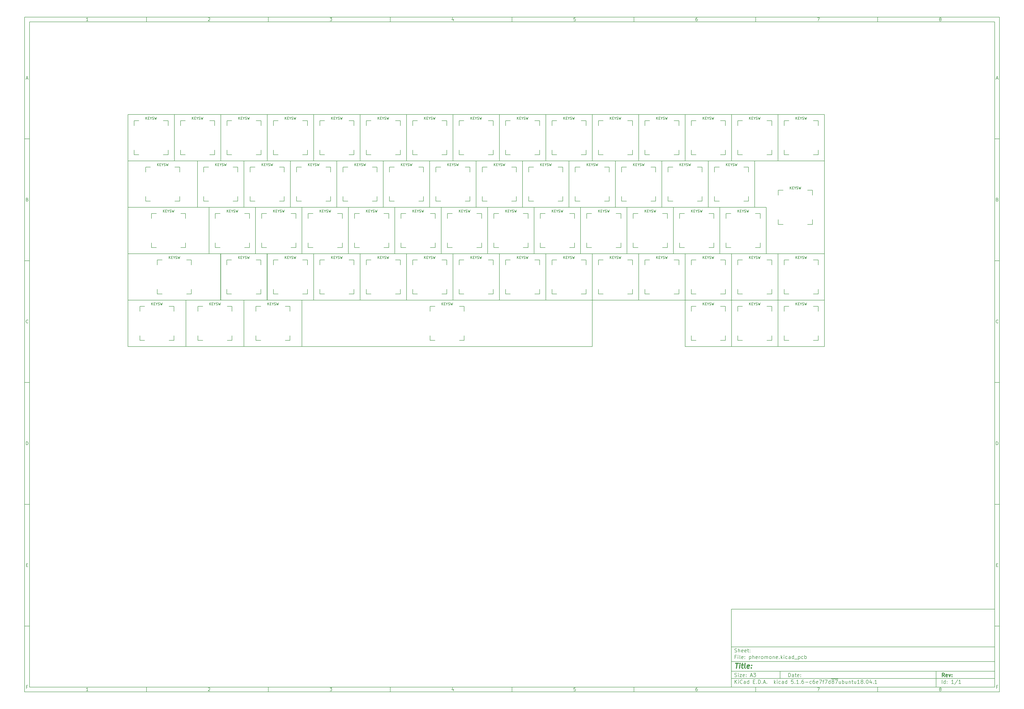
<source format=gbr>
G04 #@! TF.GenerationSoftware,KiCad,Pcbnew,5.1.6-c6e7f7d~87~ubuntu18.04.1*
G04 #@! TF.CreationDate,2020-08-29T00:17:55+02:00*
G04 #@! TF.ProjectId,pheromone,70686572-6f6d-46f6-9e65-2e6b69636164,rev?*
G04 #@! TF.SameCoordinates,Original*
G04 #@! TF.FileFunction,OtherDrawing,Comment*
%FSLAX46Y46*%
G04 Gerber Fmt 4.6, Leading zero omitted, Abs format (unit mm)*
G04 Created by KiCad (PCBNEW 5.1.6-c6e7f7d~87~ubuntu18.04.1) date 2020-08-29 00:17:55*
%MOMM*%
%LPD*%
G01*
G04 APERTURE LIST*
%ADD10C,0.100000*%
%ADD11C,0.150000*%
%ADD12C,0.300000*%
%ADD13C,0.400000*%
G04 APERTURE END LIST*
D10*
D11*
X299989000Y-253002200D02*
X299989000Y-285002200D01*
X407989000Y-285002200D01*
X407989000Y-253002200D01*
X299989000Y-253002200D01*
D10*
D11*
X10000000Y-10000000D02*
X10000000Y-287002200D01*
X409989000Y-287002200D01*
X409989000Y-10000000D01*
X10000000Y-10000000D01*
D10*
D11*
X12000000Y-12000000D02*
X12000000Y-285002200D01*
X407989000Y-285002200D01*
X407989000Y-12000000D01*
X12000000Y-12000000D01*
D10*
D11*
X60000000Y-12000000D02*
X60000000Y-10000000D01*
D10*
D11*
X110000000Y-12000000D02*
X110000000Y-10000000D01*
D10*
D11*
X160000000Y-12000000D02*
X160000000Y-10000000D01*
D10*
D11*
X210000000Y-12000000D02*
X210000000Y-10000000D01*
D10*
D11*
X260000000Y-12000000D02*
X260000000Y-10000000D01*
D10*
D11*
X310000000Y-12000000D02*
X310000000Y-10000000D01*
D10*
D11*
X360000000Y-12000000D02*
X360000000Y-10000000D01*
D10*
D11*
X36065476Y-11588095D02*
X35322619Y-11588095D01*
X35694047Y-11588095D02*
X35694047Y-10288095D01*
X35570238Y-10473809D01*
X35446428Y-10597619D01*
X35322619Y-10659523D01*
D10*
D11*
X85322619Y-10411904D02*
X85384523Y-10350000D01*
X85508333Y-10288095D01*
X85817857Y-10288095D01*
X85941666Y-10350000D01*
X86003571Y-10411904D01*
X86065476Y-10535714D01*
X86065476Y-10659523D01*
X86003571Y-10845238D01*
X85260714Y-11588095D01*
X86065476Y-11588095D01*
D10*
D11*
X135260714Y-10288095D02*
X136065476Y-10288095D01*
X135632142Y-10783333D01*
X135817857Y-10783333D01*
X135941666Y-10845238D01*
X136003571Y-10907142D01*
X136065476Y-11030952D01*
X136065476Y-11340476D01*
X136003571Y-11464285D01*
X135941666Y-11526190D01*
X135817857Y-11588095D01*
X135446428Y-11588095D01*
X135322619Y-11526190D01*
X135260714Y-11464285D01*
D10*
D11*
X185941666Y-10721428D02*
X185941666Y-11588095D01*
X185632142Y-10226190D02*
X185322619Y-11154761D01*
X186127380Y-11154761D01*
D10*
D11*
X236003571Y-10288095D02*
X235384523Y-10288095D01*
X235322619Y-10907142D01*
X235384523Y-10845238D01*
X235508333Y-10783333D01*
X235817857Y-10783333D01*
X235941666Y-10845238D01*
X236003571Y-10907142D01*
X236065476Y-11030952D01*
X236065476Y-11340476D01*
X236003571Y-11464285D01*
X235941666Y-11526190D01*
X235817857Y-11588095D01*
X235508333Y-11588095D01*
X235384523Y-11526190D01*
X235322619Y-11464285D01*
D10*
D11*
X285941666Y-10288095D02*
X285694047Y-10288095D01*
X285570238Y-10350000D01*
X285508333Y-10411904D01*
X285384523Y-10597619D01*
X285322619Y-10845238D01*
X285322619Y-11340476D01*
X285384523Y-11464285D01*
X285446428Y-11526190D01*
X285570238Y-11588095D01*
X285817857Y-11588095D01*
X285941666Y-11526190D01*
X286003571Y-11464285D01*
X286065476Y-11340476D01*
X286065476Y-11030952D01*
X286003571Y-10907142D01*
X285941666Y-10845238D01*
X285817857Y-10783333D01*
X285570238Y-10783333D01*
X285446428Y-10845238D01*
X285384523Y-10907142D01*
X285322619Y-11030952D01*
D10*
D11*
X335260714Y-10288095D02*
X336127380Y-10288095D01*
X335570238Y-11588095D01*
D10*
D11*
X385570238Y-10845238D02*
X385446428Y-10783333D01*
X385384523Y-10721428D01*
X385322619Y-10597619D01*
X385322619Y-10535714D01*
X385384523Y-10411904D01*
X385446428Y-10350000D01*
X385570238Y-10288095D01*
X385817857Y-10288095D01*
X385941666Y-10350000D01*
X386003571Y-10411904D01*
X386065476Y-10535714D01*
X386065476Y-10597619D01*
X386003571Y-10721428D01*
X385941666Y-10783333D01*
X385817857Y-10845238D01*
X385570238Y-10845238D01*
X385446428Y-10907142D01*
X385384523Y-10969047D01*
X385322619Y-11092857D01*
X385322619Y-11340476D01*
X385384523Y-11464285D01*
X385446428Y-11526190D01*
X385570238Y-11588095D01*
X385817857Y-11588095D01*
X385941666Y-11526190D01*
X386003571Y-11464285D01*
X386065476Y-11340476D01*
X386065476Y-11092857D01*
X386003571Y-10969047D01*
X385941666Y-10907142D01*
X385817857Y-10845238D01*
D10*
D11*
X60000000Y-285002200D02*
X60000000Y-287002200D01*
D10*
D11*
X110000000Y-285002200D02*
X110000000Y-287002200D01*
D10*
D11*
X160000000Y-285002200D02*
X160000000Y-287002200D01*
D10*
D11*
X210000000Y-285002200D02*
X210000000Y-287002200D01*
D10*
D11*
X260000000Y-285002200D02*
X260000000Y-287002200D01*
D10*
D11*
X310000000Y-285002200D02*
X310000000Y-287002200D01*
D10*
D11*
X360000000Y-285002200D02*
X360000000Y-287002200D01*
D10*
D11*
X36065476Y-286590295D02*
X35322619Y-286590295D01*
X35694047Y-286590295D02*
X35694047Y-285290295D01*
X35570238Y-285476009D01*
X35446428Y-285599819D01*
X35322619Y-285661723D01*
D10*
D11*
X85322619Y-285414104D02*
X85384523Y-285352200D01*
X85508333Y-285290295D01*
X85817857Y-285290295D01*
X85941666Y-285352200D01*
X86003571Y-285414104D01*
X86065476Y-285537914D01*
X86065476Y-285661723D01*
X86003571Y-285847438D01*
X85260714Y-286590295D01*
X86065476Y-286590295D01*
D10*
D11*
X135260714Y-285290295D02*
X136065476Y-285290295D01*
X135632142Y-285785533D01*
X135817857Y-285785533D01*
X135941666Y-285847438D01*
X136003571Y-285909342D01*
X136065476Y-286033152D01*
X136065476Y-286342676D01*
X136003571Y-286466485D01*
X135941666Y-286528390D01*
X135817857Y-286590295D01*
X135446428Y-286590295D01*
X135322619Y-286528390D01*
X135260714Y-286466485D01*
D10*
D11*
X185941666Y-285723628D02*
X185941666Y-286590295D01*
X185632142Y-285228390D02*
X185322619Y-286156961D01*
X186127380Y-286156961D01*
D10*
D11*
X236003571Y-285290295D02*
X235384523Y-285290295D01*
X235322619Y-285909342D01*
X235384523Y-285847438D01*
X235508333Y-285785533D01*
X235817857Y-285785533D01*
X235941666Y-285847438D01*
X236003571Y-285909342D01*
X236065476Y-286033152D01*
X236065476Y-286342676D01*
X236003571Y-286466485D01*
X235941666Y-286528390D01*
X235817857Y-286590295D01*
X235508333Y-286590295D01*
X235384523Y-286528390D01*
X235322619Y-286466485D01*
D10*
D11*
X285941666Y-285290295D02*
X285694047Y-285290295D01*
X285570238Y-285352200D01*
X285508333Y-285414104D01*
X285384523Y-285599819D01*
X285322619Y-285847438D01*
X285322619Y-286342676D01*
X285384523Y-286466485D01*
X285446428Y-286528390D01*
X285570238Y-286590295D01*
X285817857Y-286590295D01*
X285941666Y-286528390D01*
X286003571Y-286466485D01*
X286065476Y-286342676D01*
X286065476Y-286033152D01*
X286003571Y-285909342D01*
X285941666Y-285847438D01*
X285817857Y-285785533D01*
X285570238Y-285785533D01*
X285446428Y-285847438D01*
X285384523Y-285909342D01*
X285322619Y-286033152D01*
D10*
D11*
X335260714Y-285290295D02*
X336127380Y-285290295D01*
X335570238Y-286590295D01*
D10*
D11*
X385570238Y-285847438D02*
X385446428Y-285785533D01*
X385384523Y-285723628D01*
X385322619Y-285599819D01*
X385322619Y-285537914D01*
X385384523Y-285414104D01*
X385446428Y-285352200D01*
X385570238Y-285290295D01*
X385817857Y-285290295D01*
X385941666Y-285352200D01*
X386003571Y-285414104D01*
X386065476Y-285537914D01*
X386065476Y-285599819D01*
X386003571Y-285723628D01*
X385941666Y-285785533D01*
X385817857Y-285847438D01*
X385570238Y-285847438D01*
X385446428Y-285909342D01*
X385384523Y-285971247D01*
X385322619Y-286095057D01*
X385322619Y-286342676D01*
X385384523Y-286466485D01*
X385446428Y-286528390D01*
X385570238Y-286590295D01*
X385817857Y-286590295D01*
X385941666Y-286528390D01*
X386003571Y-286466485D01*
X386065476Y-286342676D01*
X386065476Y-286095057D01*
X386003571Y-285971247D01*
X385941666Y-285909342D01*
X385817857Y-285847438D01*
D10*
D11*
X10000000Y-60000000D02*
X12000000Y-60000000D01*
D10*
D11*
X10000000Y-110000000D02*
X12000000Y-110000000D01*
D10*
D11*
X10000000Y-160000000D02*
X12000000Y-160000000D01*
D10*
D11*
X10000000Y-210000000D02*
X12000000Y-210000000D01*
D10*
D11*
X10000000Y-260000000D02*
X12000000Y-260000000D01*
D10*
D11*
X10690476Y-35216666D02*
X11309523Y-35216666D01*
X10566666Y-35588095D02*
X11000000Y-34288095D01*
X11433333Y-35588095D01*
D10*
D11*
X11092857Y-84907142D02*
X11278571Y-84969047D01*
X11340476Y-85030952D01*
X11402380Y-85154761D01*
X11402380Y-85340476D01*
X11340476Y-85464285D01*
X11278571Y-85526190D01*
X11154761Y-85588095D01*
X10659523Y-85588095D01*
X10659523Y-84288095D01*
X11092857Y-84288095D01*
X11216666Y-84350000D01*
X11278571Y-84411904D01*
X11340476Y-84535714D01*
X11340476Y-84659523D01*
X11278571Y-84783333D01*
X11216666Y-84845238D01*
X11092857Y-84907142D01*
X10659523Y-84907142D01*
D10*
D11*
X11402380Y-135464285D02*
X11340476Y-135526190D01*
X11154761Y-135588095D01*
X11030952Y-135588095D01*
X10845238Y-135526190D01*
X10721428Y-135402380D01*
X10659523Y-135278571D01*
X10597619Y-135030952D01*
X10597619Y-134845238D01*
X10659523Y-134597619D01*
X10721428Y-134473809D01*
X10845238Y-134350000D01*
X11030952Y-134288095D01*
X11154761Y-134288095D01*
X11340476Y-134350000D01*
X11402380Y-134411904D01*
D10*
D11*
X10659523Y-185588095D02*
X10659523Y-184288095D01*
X10969047Y-184288095D01*
X11154761Y-184350000D01*
X11278571Y-184473809D01*
X11340476Y-184597619D01*
X11402380Y-184845238D01*
X11402380Y-185030952D01*
X11340476Y-185278571D01*
X11278571Y-185402380D01*
X11154761Y-185526190D01*
X10969047Y-185588095D01*
X10659523Y-185588095D01*
D10*
D11*
X10721428Y-234907142D02*
X11154761Y-234907142D01*
X11340476Y-235588095D02*
X10721428Y-235588095D01*
X10721428Y-234288095D01*
X11340476Y-234288095D01*
D10*
D11*
X11185714Y-284907142D02*
X10752380Y-284907142D01*
X10752380Y-285588095D02*
X10752380Y-284288095D01*
X11371428Y-284288095D01*
D10*
D11*
X409989000Y-60000000D02*
X407989000Y-60000000D01*
D10*
D11*
X409989000Y-110000000D02*
X407989000Y-110000000D01*
D10*
D11*
X409989000Y-160000000D02*
X407989000Y-160000000D01*
D10*
D11*
X409989000Y-210000000D02*
X407989000Y-210000000D01*
D10*
D11*
X409989000Y-260000000D02*
X407989000Y-260000000D01*
D10*
D11*
X408679476Y-35216666D02*
X409298523Y-35216666D01*
X408555666Y-35588095D02*
X408989000Y-34288095D01*
X409422333Y-35588095D01*
D10*
D11*
X409081857Y-84907142D02*
X409267571Y-84969047D01*
X409329476Y-85030952D01*
X409391380Y-85154761D01*
X409391380Y-85340476D01*
X409329476Y-85464285D01*
X409267571Y-85526190D01*
X409143761Y-85588095D01*
X408648523Y-85588095D01*
X408648523Y-84288095D01*
X409081857Y-84288095D01*
X409205666Y-84350000D01*
X409267571Y-84411904D01*
X409329476Y-84535714D01*
X409329476Y-84659523D01*
X409267571Y-84783333D01*
X409205666Y-84845238D01*
X409081857Y-84907142D01*
X408648523Y-84907142D01*
D10*
D11*
X409391380Y-135464285D02*
X409329476Y-135526190D01*
X409143761Y-135588095D01*
X409019952Y-135588095D01*
X408834238Y-135526190D01*
X408710428Y-135402380D01*
X408648523Y-135278571D01*
X408586619Y-135030952D01*
X408586619Y-134845238D01*
X408648523Y-134597619D01*
X408710428Y-134473809D01*
X408834238Y-134350000D01*
X409019952Y-134288095D01*
X409143761Y-134288095D01*
X409329476Y-134350000D01*
X409391380Y-134411904D01*
D10*
D11*
X408648523Y-185588095D02*
X408648523Y-184288095D01*
X408958047Y-184288095D01*
X409143761Y-184350000D01*
X409267571Y-184473809D01*
X409329476Y-184597619D01*
X409391380Y-184845238D01*
X409391380Y-185030952D01*
X409329476Y-185278571D01*
X409267571Y-185402380D01*
X409143761Y-185526190D01*
X408958047Y-185588095D01*
X408648523Y-185588095D01*
D10*
D11*
X408710428Y-234907142D02*
X409143761Y-234907142D01*
X409329476Y-235588095D02*
X408710428Y-235588095D01*
X408710428Y-234288095D01*
X409329476Y-234288095D01*
D10*
D11*
X409174714Y-284907142D02*
X408741380Y-284907142D01*
X408741380Y-285588095D02*
X408741380Y-284288095D01*
X409360428Y-284288095D01*
D10*
D11*
X323421142Y-280780771D02*
X323421142Y-279280771D01*
X323778285Y-279280771D01*
X323992571Y-279352200D01*
X324135428Y-279495057D01*
X324206857Y-279637914D01*
X324278285Y-279923628D01*
X324278285Y-280137914D01*
X324206857Y-280423628D01*
X324135428Y-280566485D01*
X323992571Y-280709342D01*
X323778285Y-280780771D01*
X323421142Y-280780771D01*
X325564000Y-280780771D02*
X325564000Y-279995057D01*
X325492571Y-279852200D01*
X325349714Y-279780771D01*
X325064000Y-279780771D01*
X324921142Y-279852200D01*
X325564000Y-280709342D02*
X325421142Y-280780771D01*
X325064000Y-280780771D01*
X324921142Y-280709342D01*
X324849714Y-280566485D01*
X324849714Y-280423628D01*
X324921142Y-280280771D01*
X325064000Y-280209342D01*
X325421142Y-280209342D01*
X325564000Y-280137914D01*
X326064000Y-279780771D02*
X326635428Y-279780771D01*
X326278285Y-279280771D02*
X326278285Y-280566485D01*
X326349714Y-280709342D01*
X326492571Y-280780771D01*
X326635428Y-280780771D01*
X327706857Y-280709342D02*
X327564000Y-280780771D01*
X327278285Y-280780771D01*
X327135428Y-280709342D01*
X327064000Y-280566485D01*
X327064000Y-279995057D01*
X327135428Y-279852200D01*
X327278285Y-279780771D01*
X327564000Y-279780771D01*
X327706857Y-279852200D01*
X327778285Y-279995057D01*
X327778285Y-280137914D01*
X327064000Y-280280771D01*
X328421142Y-280637914D02*
X328492571Y-280709342D01*
X328421142Y-280780771D01*
X328349714Y-280709342D01*
X328421142Y-280637914D01*
X328421142Y-280780771D01*
X328421142Y-279852200D02*
X328492571Y-279923628D01*
X328421142Y-279995057D01*
X328349714Y-279923628D01*
X328421142Y-279852200D01*
X328421142Y-279995057D01*
D10*
D11*
X299989000Y-281502200D02*
X407989000Y-281502200D01*
D10*
D11*
X301421142Y-283580771D02*
X301421142Y-282080771D01*
X302278285Y-283580771D02*
X301635428Y-282723628D01*
X302278285Y-282080771D02*
X301421142Y-282937914D01*
X302921142Y-283580771D02*
X302921142Y-282580771D01*
X302921142Y-282080771D02*
X302849714Y-282152200D01*
X302921142Y-282223628D01*
X302992571Y-282152200D01*
X302921142Y-282080771D01*
X302921142Y-282223628D01*
X304492571Y-283437914D02*
X304421142Y-283509342D01*
X304206857Y-283580771D01*
X304064000Y-283580771D01*
X303849714Y-283509342D01*
X303706857Y-283366485D01*
X303635428Y-283223628D01*
X303564000Y-282937914D01*
X303564000Y-282723628D01*
X303635428Y-282437914D01*
X303706857Y-282295057D01*
X303849714Y-282152200D01*
X304064000Y-282080771D01*
X304206857Y-282080771D01*
X304421142Y-282152200D01*
X304492571Y-282223628D01*
X305778285Y-283580771D02*
X305778285Y-282795057D01*
X305706857Y-282652200D01*
X305564000Y-282580771D01*
X305278285Y-282580771D01*
X305135428Y-282652200D01*
X305778285Y-283509342D02*
X305635428Y-283580771D01*
X305278285Y-283580771D01*
X305135428Y-283509342D01*
X305064000Y-283366485D01*
X305064000Y-283223628D01*
X305135428Y-283080771D01*
X305278285Y-283009342D01*
X305635428Y-283009342D01*
X305778285Y-282937914D01*
X307135428Y-283580771D02*
X307135428Y-282080771D01*
X307135428Y-283509342D02*
X306992571Y-283580771D01*
X306706857Y-283580771D01*
X306564000Y-283509342D01*
X306492571Y-283437914D01*
X306421142Y-283295057D01*
X306421142Y-282866485D01*
X306492571Y-282723628D01*
X306564000Y-282652200D01*
X306706857Y-282580771D01*
X306992571Y-282580771D01*
X307135428Y-282652200D01*
X308992571Y-282795057D02*
X309492571Y-282795057D01*
X309706857Y-283580771D02*
X308992571Y-283580771D01*
X308992571Y-282080771D01*
X309706857Y-282080771D01*
X310349714Y-283437914D02*
X310421142Y-283509342D01*
X310349714Y-283580771D01*
X310278285Y-283509342D01*
X310349714Y-283437914D01*
X310349714Y-283580771D01*
X311064000Y-283580771D02*
X311064000Y-282080771D01*
X311421142Y-282080771D01*
X311635428Y-282152200D01*
X311778285Y-282295057D01*
X311849714Y-282437914D01*
X311921142Y-282723628D01*
X311921142Y-282937914D01*
X311849714Y-283223628D01*
X311778285Y-283366485D01*
X311635428Y-283509342D01*
X311421142Y-283580771D01*
X311064000Y-283580771D01*
X312564000Y-283437914D02*
X312635428Y-283509342D01*
X312564000Y-283580771D01*
X312492571Y-283509342D01*
X312564000Y-283437914D01*
X312564000Y-283580771D01*
X313206857Y-283152200D02*
X313921142Y-283152200D01*
X313064000Y-283580771D02*
X313564000Y-282080771D01*
X314064000Y-283580771D01*
X314564000Y-283437914D02*
X314635428Y-283509342D01*
X314564000Y-283580771D01*
X314492571Y-283509342D01*
X314564000Y-283437914D01*
X314564000Y-283580771D01*
X317564000Y-283580771D02*
X317564000Y-282080771D01*
X317706857Y-283009342D02*
X318135428Y-283580771D01*
X318135428Y-282580771D02*
X317564000Y-283152200D01*
X318778285Y-283580771D02*
X318778285Y-282580771D01*
X318778285Y-282080771D02*
X318706857Y-282152200D01*
X318778285Y-282223628D01*
X318849714Y-282152200D01*
X318778285Y-282080771D01*
X318778285Y-282223628D01*
X320135428Y-283509342D02*
X319992571Y-283580771D01*
X319706857Y-283580771D01*
X319564000Y-283509342D01*
X319492571Y-283437914D01*
X319421142Y-283295057D01*
X319421142Y-282866485D01*
X319492571Y-282723628D01*
X319564000Y-282652200D01*
X319706857Y-282580771D01*
X319992571Y-282580771D01*
X320135428Y-282652200D01*
X321421142Y-283580771D02*
X321421142Y-282795057D01*
X321349714Y-282652200D01*
X321206857Y-282580771D01*
X320921142Y-282580771D01*
X320778285Y-282652200D01*
X321421142Y-283509342D02*
X321278285Y-283580771D01*
X320921142Y-283580771D01*
X320778285Y-283509342D01*
X320706857Y-283366485D01*
X320706857Y-283223628D01*
X320778285Y-283080771D01*
X320921142Y-283009342D01*
X321278285Y-283009342D01*
X321421142Y-282937914D01*
X322778285Y-283580771D02*
X322778285Y-282080771D01*
X322778285Y-283509342D02*
X322635428Y-283580771D01*
X322349714Y-283580771D01*
X322206857Y-283509342D01*
X322135428Y-283437914D01*
X322064000Y-283295057D01*
X322064000Y-282866485D01*
X322135428Y-282723628D01*
X322206857Y-282652200D01*
X322349714Y-282580771D01*
X322635428Y-282580771D01*
X322778285Y-282652200D01*
X325349714Y-282080771D02*
X324635428Y-282080771D01*
X324564000Y-282795057D01*
X324635428Y-282723628D01*
X324778285Y-282652200D01*
X325135428Y-282652200D01*
X325278285Y-282723628D01*
X325349714Y-282795057D01*
X325421142Y-282937914D01*
X325421142Y-283295057D01*
X325349714Y-283437914D01*
X325278285Y-283509342D01*
X325135428Y-283580771D01*
X324778285Y-283580771D01*
X324635428Y-283509342D01*
X324564000Y-283437914D01*
X326064000Y-283437914D02*
X326135428Y-283509342D01*
X326064000Y-283580771D01*
X325992571Y-283509342D01*
X326064000Y-283437914D01*
X326064000Y-283580771D01*
X327564000Y-283580771D02*
X326706857Y-283580771D01*
X327135428Y-283580771D02*
X327135428Y-282080771D01*
X326992571Y-282295057D01*
X326849714Y-282437914D01*
X326706857Y-282509342D01*
X328206857Y-283437914D02*
X328278285Y-283509342D01*
X328206857Y-283580771D01*
X328135428Y-283509342D01*
X328206857Y-283437914D01*
X328206857Y-283580771D01*
X329564000Y-282080771D02*
X329278285Y-282080771D01*
X329135428Y-282152200D01*
X329064000Y-282223628D01*
X328921142Y-282437914D01*
X328849714Y-282723628D01*
X328849714Y-283295057D01*
X328921142Y-283437914D01*
X328992571Y-283509342D01*
X329135428Y-283580771D01*
X329421142Y-283580771D01*
X329564000Y-283509342D01*
X329635428Y-283437914D01*
X329706857Y-283295057D01*
X329706857Y-282937914D01*
X329635428Y-282795057D01*
X329564000Y-282723628D01*
X329421142Y-282652200D01*
X329135428Y-282652200D01*
X328992571Y-282723628D01*
X328921142Y-282795057D01*
X328849714Y-282937914D01*
X330349714Y-283009342D02*
X331492571Y-283009342D01*
X332849714Y-283509342D02*
X332706857Y-283580771D01*
X332421142Y-283580771D01*
X332278285Y-283509342D01*
X332206857Y-283437914D01*
X332135428Y-283295057D01*
X332135428Y-282866485D01*
X332206857Y-282723628D01*
X332278285Y-282652200D01*
X332421142Y-282580771D01*
X332706857Y-282580771D01*
X332849714Y-282652200D01*
X334135428Y-282080771D02*
X333849714Y-282080771D01*
X333706857Y-282152200D01*
X333635428Y-282223628D01*
X333492571Y-282437914D01*
X333421142Y-282723628D01*
X333421142Y-283295057D01*
X333492571Y-283437914D01*
X333564000Y-283509342D01*
X333706857Y-283580771D01*
X333992571Y-283580771D01*
X334135428Y-283509342D01*
X334206857Y-283437914D01*
X334278285Y-283295057D01*
X334278285Y-282937914D01*
X334206857Y-282795057D01*
X334135428Y-282723628D01*
X333992571Y-282652200D01*
X333706857Y-282652200D01*
X333564000Y-282723628D01*
X333492571Y-282795057D01*
X333421142Y-282937914D01*
X335492571Y-283509342D02*
X335349714Y-283580771D01*
X335064000Y-283580771D01*
X334921142Y-283509342D01*
X334849714Y-283366485D01*
X334849714Y-282795057D01*
X334921142Y-282652200D01*
X335064000Y-282580771D01*
X335349714Y-282580771D01*
X335492571Y-282652200D01*
X335564000Y-282795057D01*
X335564000Y-282937914D01*
X334849714Y-283080771D01*
X336064000Y-282080771D02*
X337064000Y-282080771D01*
X336421142Y-283580771D01*
X337421142Y-282580771D02*
X337992571Y-282580771D01*
X337635428Y-283580771D02*
X337635428Y-282295057D01*
X337706857Y-282152200D01*
X337849714Y-282080771D01*
X337992571Y-282080771D01*
X338349714Y-282080771D02*
X339349714Y-282080771D01*
X338706857Y-283580771D01*
X340564000Y-283580771D02*
X340564000Y-282080771D01*
X340564000Y-283509342D02*
X340421142Y-283580771D01*
X340135428Y-283580771D01*
X339992571Y-283509342D01*
X339921142Y-283437914D01*
X339849714Y-283295057D01*
X339849714Y-282866485D01*
X339921142Y-282723628D01*
X339992571Y-282652200D01*
X340135428Y-282580771D01*
X340421142Y-282580771D01*
X340564000Y-282652200D01*
X340921142Y-281672200D02*
X342349714Y-281672200D01*
X341492571Y-282723628D02*
X341349714Y-282652200D01*
X341278285Y-282580771D01*
X341206857Y-282437914D01*
X341206857Y-282366485D01*
X341278285Y-282223628D01*
X341349714Y-282152200D01*
X341492571Y-282080771D01*
X341778285Y-282080771D01*
X341921142Y-282152200D01*
X341992571Y-282223628D01*
X342064000Y-282366485D01*
X342064000Y-282437914D01*
X341992571Y-282580771D01*
X341921142Y-282652200D01*
X341778285Y-282723628D01*
X341492571Y-282723628D01*
X341349714Y-282795057D01*
X341278285Y-282866485D01*
X341206857Y-283009342D01*
X341206857Y-283295057D01*
X341278285Y-283437914D01*
X341349714Y-283509342D01*
X341492571Y-283580771D01*
X341778285Y-283580771D01*
X341921142Y-283509342D01*
X341992571Y-283437914D01*
X342064000Y-283295057D01*
X342064000Y-283009342D01*
X341992571Y-282866485D01*
X341921142Y-282795057D01*
X341778285Y-282723628D01*
X342349714Y-281672200D02*
X343778285Y-281672200D01*
X342564000Y-282080771D02*
X343564000Y-282080771D01*
X342921142Y-283580771D01*
X344778285Y-282580771D02*
X344778285Y-283580771D01*
X344135428Y-282580771D02*
X344135428Y-283366485D01*
X344206857Y-283509342D01*
X344349714Y-283580771D01*
X344564000Y-283580771D01*
X344706857Y-283509342D01*
X344778285Y-283437914D01*
X345492571Y-283580771D02*
X345492571Y-282080771D01*
X345492571Y-282652200D02*
X345635428Y-282580771D01*
X345921142Y-282580771D01*
X346064000Y-282652200D01*
X346135428Y-282723628D01*
X346206857Y-282866485D01*
X346206857Y-283295057D01*
X346135428Y-283437914D01*
X346064000Y-283509342D01*
X345921142Y-283580771D01*
X345635428Y-283580771D01*
X345492571Y-283509342D01*
X347492571Y-282580771D02*
X347492571Y-283580771D01*
X346849714Y-282580771D02*
X346849714Y-283366485D01*
X346921142Y-283509342D01*
X347064000Y-283580771D01*
X347278285Y-283580771D01*
X347421142Y-283509342D01*
X347492571Y-283437914D01*
X348206857Y-282580771D02*
X348206857Y-283580771D01*
X348206857Y-282723628D02*
X348278285Y-282652200D01*
X348421142Y-282580771D01*
X348635428Y-282580771D01*
X348778285Y-282652200D01*
X348849714Y-282795057D01*
X348849714Y-283580771D01*
X349349714Y-282580771D02*
X349921142Y-282580771D01*
X349564000Y-282080771D02*
X349564000Y-283366485D01*
X349635428Y-283509342D01*
X349778285Y-283580771D01*
X349921142Y-283580771D01*
X351064000Y-282580771D02*
X351064000Y-283580771D01*
X350421142Y-282580771D02*
X350421142Y-283366485D01*
X350492571Y-283509342D01*
X350635428Y-283580771D01*
X350849714Y-283580771D01*
X350992571Y-283509342D01*
X351064000Y-283437914D01*
X352564000Y-283580771D02*
X351706857Y-283580771D01*
X352135428Y-283580771D02*
X352135428Y-282080771D01*
X351992571Y-282295057D01*
X351849714Y-282437914D01*
X351706857Y-282509342D01*
X353421142Y-282723628D02*
X353278285Y-282652200D01*
X353206857Y-282580771D01*
X353135428Y-282437914D01*
X353135428Y-282366485D01*
X353206857Y-282223628D01*
X353278285Y-282152200D01*
X353421142Y-282080771D01*
X353706857Y-282080771D01*
X353849714Y-282152200D01*
X353921142Y-282223628D01*
X353992571Y-282366485D01*
X353992571Y-282437914D01*
X353921142Y-282580771D01*
X353849714Y-282652200D01*
X353706857Y-282723628D01*
X353421142Y-282723628D01*
X353278285Y-282795057D01*
X353206857Y-282866485D01*
X353135428Y-283009342D01*
X353135428Y-283295057D01*
X353206857Y-283437914D01*
X353278285Y-283509342D01*
X353421142Y-283580771D01*
X353706857Y-283580771D01*
X353849714Y-283509342D01*
X353921142Y-283437914D01*
X353992571Y-283295057D01*
X353992571Y-283009342D01*
X353921142Y-282866485D01*
X353849714Y-282795057D01*
X353706857Y-282723628D01*
X354635428Y-283437914D02*
X354706857Y-283509342D01*
X354635428Y-283580771D01*
X354564000Y-283509342D01*
X354635428Y-283437914D01*
X354635428Y-283580771D01*
X355635428Y-282080771D02*
X355778285Y-282080771D01*
X355921142Y-282152200D01*
X355992571Y-282223628D01*
X356064000Y-282366485D01*
X356135428Y-282652200D01*
X356135428Y-283009342D01*
X356064000Y-283295057D01*
X355992571Y-283437914D01*
X355921142Y-283509342D01*
X355778285Y-283580771D01*
X355635428Y-283580771D01*
X355492571Y-283509342D01*
X355421142Y-283437914D01*
X355349714Y-283295057D01*
X355278285Y-283009342D01*
X355278285Y-282652200D01*
X355349714Y-282366485D01*
X355421142Y-282223628D01*
X355492571Y-282152200D01*
X355635428Y-282080771D01*
X357421142Y-282580771D02*
X357421142Y-283580771D01*
X357064000Y-282009342D02*
X356706857Y-283080771D01*
X357635428Y-283080771D01*
X358206857Y-283437914D02*
X358278285Y-283509342D01*
X358206857Y-283580771D01*
X358135428Y-283509342D01*
X358206857Y-283437914D01*
X358206857Y-283580771D01*
X359706857Y-283580771D02*
X358849714Y-283580771D01*
X359278285Y-283580771D02*
X359278285Y-282080771D01*
X359135428Y-282295057D01*
X358992571Y-282437914D01*
X358849714Y-282509342D01*
D10*
D11*
X299989000Y-278502200D02*
X407989000Y-278502200D01*
D10*
D12*
X387398285Y-280780771D02*
X386898285Y-280066485D01*
X386541142Y-280780771D02*
X386541142Y-279280771D01*
X387112571Y-279280771D01*
X387255428Y-279352200D01*
X387326857Y-279423628D01*
X387398285Y-279566485D01*
X387398285Y-279780771D01*
X387326857Y-279923628D01*
X387255428Y-279995057D01*
X387112571Y-280066485D01*
X386541142Y-280066485D01*
X388612571Y-280709342D02*
X388469714Y-280780771D01*
X388184000Y-280780771D01*
X388041142Y-280709342D01*
X387969714Y-280566485D01*
X387969714Y-279995057D01*
X388041142Y-279852200D01*
X388184000Y-279780771D01*
X388469714Y-279780771D01*
X388612571Y-279852200D01*
X388684000Y-279995057D01*
X388684000Y-280137914D01*
X387969714Y-280280771D01*
X389184000Y-279780771D02*
X389541142Y-280780771D01*
X389898285Y-279780771D01*
X390469714Y-280637914D02*
X390541142Y-280709342D01*
X390469714Y-280780771D01*
X390398285Y-280709342D01*
X390469714Y-280637914D01*
X390469714Y-280780771D01*
X390469714Y-279852200D02*
X390541142Y-279923628D01*
X390469714Y-279995057D01*
X390398285Y-279923628D01*
X390469714Y-279852200D01*
X390469714Y-279995057D01*
D10*
D11*
X301349714Y-280709342D02*
X301564000Y-280780771D01*
X301921142Y-280780771D01*
X302064000Y-280709342D01*
X302135428Y-280637914D01*
X302206857Y-280495057D01*
X302206857Y-280352200D01*
X302135428Y-280209342D01*
X302064000Y-280137914D01*
X301921142Y-280066485D01*
X301635428Y-279995057D01*
X301492571Y-279923628D01*
X301421142Y-279852200D01*
X301349714Y-279709342D01*
X301349714Y-279566485D01*
X301421142Y-279423628D01*
X301492571Y-279352200D01*
X301635428Y-279280771D01*
X301992571Y-279280771D01*
X302206857Y-279352200D01*
X302849714Y-280780771D02*
X302849714Y-279780771D01*
X302849714Y-279280771D02*
X302778285Y-279352200D01*
X302849714Y-279423628D01*
X302921142Y-279352200D01*
X302849714Y-279280771D01*
X302849714Y-279423628D01*
X303421142Y-279780771D02*
X304206857Y-279780771D01*
X303421142Y-280780771D01*
X304206857Y-280780771D01*
X305349714Y-280709342D02*
X305206857Y-280780771D01*
X304921142Y-280780771D01*
X304778285Y-280709342D01*
X304706857Y-280566485D01*
X304706857Y-279995057D01*
X304778285Y-279852200D01*
X304921142Y-279780771D01*
X305206857Y-279780771D01*
X305349714Y-279852200D01*
X305421142Y-279995057D01*
X305421142Y-280137914D01*
X304706857Y-280280771D01*
X306064000Y-280637914D02*
X306135428Y-280709342D01*
X306064000Y-280780771D01*
X305992571Y-280709342D01*
X306064000Y-280637914D01*
X306064000Y-280780771D01*
X306064000Y-279852200D02*
X306135428Y-279923628D01*
X306064000Y-279995057D01*
X305992571Y-279923628D01*
X306064000Y-279852200D01*
X306064000Y-279995057D01*
X307849714Y-280352200D02*
X308564000Y-280352200D01*
X307706857Y-280780771D02*
X308206857Y-279280771D01*
X308706857Y-280780771D01*
X309064000Y-279280771D02*
X309992571Y-279280771D01*
X309492571Y-279852200D01*
X309706857Y-279852200D01*
X309849714Y-279923628D01*
X309921142Y-279995057D01*
X309992571Y-280137914D01*
X309992571Y-280495057D01*
X309921142Y-280637914D01*
X309849714Y-280709342D01*
X309706857Y-280780771D01*
X309278285Y-280780771D01*
X309135428Y-280709342D01*
X309064000Y-280637914D01*
D10*
D11*
X386421142Y-283580771D02*
X386421142Y-282080771D01*
X387778285Y-283580771D02*
X387778285Y-282080771D01*
X387778285Y-283509342D02*
X387635428Y-283580771D01*
X387349714Y-283580771D01*
X387206857Y-283509342D01*
X387135428Y-283437914D01*
X387064000Y-283295057D01*
X387064000Y-282866485D01*
X387135428Y-282723628D01*
X387206857Y-282652200D01*
X387349714Y-282580771D01*
X387635428Y-282580771D01*
X387778285Y-282652200D01*
X388492571Y-283437914D02*
X388564000Y-283509342D01*
X388492571Y-283580771D01*
X388421142Y-283509342D01*
X388492571Y-283437914D01*
X388492571Y-283580771D01*
X388492571Y-282652200D02*
X388564000Y-282723628D01*
X388492571Y-282795057D01*
X388421142Y-282723628D01*
X388492571Y-282652200D01*
X388492571Y-282795057D01*
X391135428Y-283580771D02*
X390278285Y-283580771D01*
X390706857Y-283580771D02*
X390706857Y-282080771D01*
X390564000Y-282295057D01*
X390421142Y-282437914D01*
X390278285Y-282509342D01*
X392849714Y-282009342D02*
X391564000Y-283937914D01*
X394135428Y-283580771D02*
X393278285Y-283580771D01*
X393706857Y-283580771D02*
X393706857Y-282080771D01*
X393564000Y-282295057D01*
X393421142Y-282437914D01*
X393278285Y-282509342D01*
D10*
D11*
X299989000Y-274502200D02*
X407989000Y-274502200D01*
D10*
D13*
X301701380Y-275206961D02*
X302844238Y-275206961D01*
X302022809Y-277206961D02*
X302272809Y-275206961D01*
X303260904Y-277206961D02*
X303427571Y-275873628D01*
X303510904Y-275206961D02*
X303403761Y-275302200D01*
X303487095Y-275397438D01*
X303594238Y-275302200D01*
X303510904Y-275206961D01*
X303487095Y-275397438D01*
X304094238Y-275873628D02*
X304856142Y-275873628D01*
X304463285Y-275206961D02*
X304249000Y-276921247D01*
X304320428Y-277111723D01*
X304499000Y-277206961D01*
X304689476Y-277206961D01*
X305641857Y-277206961D02*
X305463285Y-277111723D01*
X305391857Y-276921247D01*
X305606142Y-275206961D01*
X307177571Y-277111723D02*
X306975190Y-277206961D01*
X306594238Y-277206961D01*
X306415666Y-277111723D01*
X306344238Y-276921247D01*
X306439476Y-276159342D01*
X306558523Y-275968866D01*
X306760904Y-275873628D01*
X307141857Y-275873628D01*
X307320428Y-275968866D01*
X307391857Y-276159342D01*
X307368047Y-276349819D01*
X306391857Y-276540295D01*
X308141857Y-277016485D02*
X308225190Y-277111723D01*
X308118047Y-277206961D01*
X308034714Y-277111723D01*
X308141857Y-277016485D01*
X308118047Y-277206961D01*
X308272809Y-275968866D02*
X308356142Y-276064104D01*
X308249000Y-276159342D01*
X308165666Y-276064104D01*
X308272809Y-275968866D01*
X308249000Y-276159342D01*
D10*
D11*
X301921142Y-272595057D02*
X301421142Y-272595057D01*
X301421142Y-273380771D02*
X301421142Y-271880771D01*
X302135428Y-271880771D01*
X302706857Y-273380771D02*
X302706857Y-272380771D01*
X302706857Y-271880771D02*
X302635428Y-271952200D01*
X302706857Y-272023628D01*
X302778285Y-271952200D01*
X302706857Y-271880771D01*
X302706857Y-272023628D01*
X303635428Y-273380771D02*
X303492571Y-273309342D01*
X303421142Y-273166485D01*
X303421142Y-271880771D01*
X304778285Y-273309342D02*
X304635428Y-273380771D01*
X304349714Y-273380771D01*
X304206857Y-273309342D01*
X304135428Y-273166485D01*
X304135428Y-272595057D01*
X304206857Y-272452200D01*
X304349714Y-272380771D01*
X304635428Y-272380771D01*
X304778285Y-272452200D01*
X304849714Y-272595057D01*
X304849714Y-272737914D01*
X304135428Y-272880771D01*
X305492571Y-273237914D02*
X305564000Y-273309342D01*
X305492571Y-273380771D01*
X305421142Y-273309342D01*
X305492571Y-273237914D01*
X305492571Y-273380771D01*
X305492571Y-272452200D02*
X305564000Y-272523628D01*
X305492571Y-272595057D01*
X305421142Y-272523628D01*
X305492571Y-272452200D01*
X305492571Y-272595057D01*
X307349714Y-272380771D02*
X307349714Y-273880771D01*
X307349714Y-272452200D02*
X307492571Y-272380771D01*
X307778285Y-272380771D01*
X307921142Y-272452200D01*
X307992571Y-272523628D01*
X308064000Y-272666485D01*
X308064000Y-273095057D01*
X307992571Y-273237914D01*
X307921142Y-273309342D01*
X307778285Y-273380771D01*
X307492571Y-273380771D01*
X307349714Y-273309342D01*
X308706857Y-273380771D02*
X308706857Y-271880771D01*
X309349714Y-273380771D02*
X309349714Y-272595057D01*
X309278285Y-272452200D01*
X309135428Y-272380771D01*
X308921142Y-272380771D01*
X308778285Y-272452200D01*
X308706857Y-272523628D01*
X310635428Y-273309342D02*
X310492571Y-273380771D01*
X310206857Y-273380771D01*
X310064000Y-273309342D01*
X309992571Y-273166485D01*
X309992571Y-272595057D01*
X310064000Y-272452200D01*
X310206857Y-272380771D01*
X310492571Y-272380771D01*
X310635428Y-272452200D01*
X310706857Y-272595057D01*
X310706857Y-272737914D01*
X309992571Y-272880771D01*
X311349714Y-273380771D02*
X311349714Y-272380771D01*
X311349714Y-272666485D02*
X311421142Y-272523628D01*
X311492571Y-272452200D01*
X311635428Y-272380771D01*
X311778285Y-272380771D01*
X312492571Y-273380771D02*
X312349714Y-273309342D01*
X312278285Y-273237914D01*
X312206857Y-273095057D01*
X312206857Y-272666485D01*
X312278285Y-272523628D01*
X312349714Y-272452200D01*
X312492571Y-272380771D01*
X312706857Y-272380771D01*
X312849714Y-272452200D01*
X312921142Y-272523628D01*
X312992571Y-272666485D01*
X312992571Y-273095057D01*
X312921142Y-273237914D01*
X312849714Y-273309342D01*
X312706857Y-273380771D01*
X312492571Y-273380771D01*
X313635428Y-273380771D02*
X313635428Y-272380771D01*
X313635428Y-272523628D02*
X313706857Y-272452200D01*
X313849714Y-272380771D01*
X314064000Y-272380771D01*
X314206857Y-272452200D01*
X314278285Y-272595057D01*
X314278285Y-273380771D01*
X314278285Y-272595057D02*
X314349714Y-272452200D01*
X314492571Y-272380771D01*
X314706857Y-272380771D01*
X314849714Y-272452200D01*
X314921142Y-272595057D01*
X314921142Y-273380771D01*
X315849714Y-273380771D02*
X315706857Y-273309342D01*
X315635428Y-273237914D01*
X315564000Y-273095057D01*
X315564000Y-272666485D01*
X315635428Y-272523628D01*
X315706857Y-272452200D01*
X315849714Y-272380771D01*
X316064000Y-272380771D01*
X316206857Y-272452200D01*
X316278285Y-272523628D01*
X316349714Y-272666485D01*
X316349714Y-273095057D01*
X316278285Y-273237914D01*
X316206857Y-273309342D01*
X316064000Y-273380771D01*
X315849714Y-273380771D01*
X316992571Y-272380771D02*
X316992571Y-273380771D01*
X316992571Y-272523628D02*
X317064000Y-272452200D01*
X317206857Y-272380771D01*
X317421142Y-272380771D01*
X317564000Y-272452200D01*
X317635428Y-272595057D01*
X317635428Y-273380771D01*
X318921142Y-273309342D02*
X318778285Y-273380771D01*
X318492571Y-273380771D01*
X318349714Y-273309342D01*
X318278285Y-273166485D01*
X318278285Y-272595057D01*
X318349714Y-272452200D01*
X318492571Y-272380771D01*
X318778285Y-272380771D01*
X318921142Y-272452200D01*
X318992571Y-272595057D01*
X318992571Y-272737914D01*
X318278285Y-272880771D01*
X319635428Y-273237914D02*
X319706857Y-273309342D01*
X319635428Y-273380771D01*
X319564000Y-273309342D01*
X319635428Y-273237914D01*
X319635428Y-273380771D01*
X320349714Y-273380771D02*
X320349714Y-271880771D01*
X320492571Y-272809342D02*
X320921142Y-273380771D01*
X320921142Y-272380771D02*
X320349714Y-272952200D01*
X321564000Y-273380771D02*
X321564000Y-272380771D01*
X321564000Y-271880771D02*
X321492571Y-271952200D01*
X321564000Y-272023628D01*
X321635428Y-271952200D01*
X321564000Y-271880771D01*
X321564000Y-272023628D01*
X322921142Y-273309342D02*
X322778285Y-273380771D01*
X322492571Y-273380771D01*
X322349714Y-273309342D01*
X322278285Y-273237914D01*
X322206857Y-273095057D01*
X322206857Y-272666485D01*
X322278285Y-272523628D01*
X322349714Y-272452200D01*
X322492571Y-272380771D01*
X322778285Y-272380771D01*
X322921142Y-272452200D01*
X324206857Y-273380771D02*
X324206857Y-272595057D01*
X324135428Y-272452200D01*
X323992571Y-272380771D01*
X323706857Y-272380771D01*
X323564000Y-272452200D01*
X324206857Y-273309342D02*
X324064000Y-273380771D01*
X323706857Y-273380771D01*
X323564000Y-273309342D01*
X323492571Y-273166485D01*
X323492571Y-273023628D01*
X323564000Y-272880771D01*
X323706857Y-272809342D01*
X324064000Y-272809342D01*
X324206857Y-272737914D01*
X325564000Y-273380771D02*
X325564000Y-271880771D01*
X325564000Y-273309342D02*
X325421142Y-273380771D01*
X325135428Y-273380771D01*
X324992571Y-273309342D01*
X324921142Y-273237914D01*
X324849714Y-273095057D01*
X324849714Y-272666485D01*
X324921142Y-272523628D01*
X324992571Y-272452200D01*
X325135428Y-272380771D01*
X325421142Y-272380771D01*
X325564000Y-272452200D01*
X325921142Y-273523628D02*
X327064000Y-273523628D01*
X327421142Y-272380771D02*
X327421142Y-273880771D01*
X327421142Y-272452200D02*
X327564000Y-272380771D01*
X327849714Y-272380771D01*
X327992571Y-272452200D01*
X328064000Y-272523628D01*
X328135428Y-272666485D01*
X328135428Y-273095057D01*
X328064000Y-273237914D01*
X327992571Y-273309342D01*
X327849714Y-273380771D01*
X327564000Y-273380771D01*
X327421142Y-273309342D01*
X329421142Y-273309342D02*
X329278285Y-273380771D01*
X328992571Y-273380771D01*
X328849714Y-273309342D01*
X328778285Y-273237914D01*
X328706857Y-273095057D01*
X328706857Y-272666485D01*
X328778285Y-272523628D01*
X328849714Y-272452200D01*
X328992571Y-272380771D01*
X329278285Y-272380771D01*
X329421142Y-272452200D01*
X330064000Y-273380771D02*
X330064000Y-271880771D01*
X330064000Y-272452200D02*
X330206857Y-272380771D01*
X330492571Y-272380771D01*
X330635428Y-272452200D01*
X330706857Y-272523628D01*
X330778285Y-272666485D01*
X330778285Y-273095057D01*
X330706857Y-273237914D01*
X330635428Y-273309342D01*
X330492571Y-273380771D01*
X330206857Y-273380771D01*
X330064000Y-273309342D01*
D10*
D11*
X299989000Y-268502200D02*
X407989000Y-268502200D01*
D10*
D11*
X301349714Y-270609342D02*
X301564000Y-270680771D01*
X301921142Y-270680771D01*
X302064000Y-270609342D01*
X302135428Y-270537914D01*
X302206857Y-270395057D01*
X302206857Y-270252200D01*
X302135428Y-270109342D01*
X302064000Y-270037914D01*
X301921142Y-269966485D01*
X301635428Y-269895057D01*
X301492571Y-269823628D01*
X301421142Y-269752200D01*
X301349714Y-269609342D01*
X301349714Y-269466485D01*
X301421142Y-269323628D01*
X301492571Y-269252200D01*
X301635428Y-269180771D01*
X301992571Y-269180771D01*
X302206857Y-269252200D01*
X302849714Y-270680771D02*
X302849714Y-269180771D01*
X303492571Y-270680771D02*
X303492571Y-269895057D01*
X303421142Y-269752200D01*
X303278285Y-269680771D01*
X303064000Y-269680771D01*
X302921142Y-269752200D01*
X302849714Y-269823628D01*
X304778285Y-270609342D02*
X304635428Y-270680771D01*
X304349714Y-270680771D01*
X304206857Y-270609342D01*
X304135428Y-270466485D01*
X304135428Y-269895057D01*
X304206857Y-269752200D01*
X304349714Y-269680771D01*
X304635428Y-269680771D01*
X304778285Y-269752200D01*
X304849714Y-269895057D01*
X304849714Y-270037914D01*
X304135428Y-270180771D01*
X306064000Y-270609342D02*
X305921142Y-270680771D01*
X305635428Y-270680771D01*
X305492571Y-270609342D01*
X305421142Y-270466485D01*
X305421142Y-269895057D01*
X305492571Y-269752200D01*
X305635428Y-269680771D01*
X305921142Y-269680771D01*
X306064000Y-269752200D01*
X306135428Y-269895057D01*
X306135428Y-270037914D01*
X305421142Y-270180771D01*
X306564000Y-269680771D02*
X307135428Y-269680771D01*
X306778285Y-269180771D02*
X306778285Y-270466485D01*
X306849714Y-270609342D01*
X306992571Y-270680771D01*
X307135428Y-270680771D01*
X307635428Y-270537914D02*
X307706857Y-270609342D01*
X307635428Y-270680771D01*
X307564000Y-270609342D01*
X307635428Y-270537914D01*
X307635428Y-270680771D01*
X307635428Y-269752200D02*
X307706857Y-269823628D01*
X307635428Y-269895057D01*
X307564000Y-269823628D01*
X307635428Y-269752200D01*
X307635428Y-269895057D01*
D10*
D11*
X319989000Y-278502200D02*
X319989000Y-281502200D01*
D10*
D11*
X383989000Y-278502200D02*
X383989000Y-285002200D01*
X123825000Y-145256250D02*
X123825000Y-126206250D01*
X242887500Y-145256250D02*
X123825000Y-145256250D01*
X242887500Y-126206250D02*
X242887500Y-145256250D01*
X123825000Y-126206250D02*
X242887500Y-126206250D01*
X176356250Y-128731250D02*
X176356250Y-130731250D01*
X178356250Y-128731250D02*
X176356250Y-128731250D01*
X176356250Y-142731250D02*
X178356250Y-142731250D01*
X176356250Y-140731250D02*
X176356250Y-142731250D01*
X190356250Y-142731250D02*
X190356250Y-140731250D01*
X188356250Y-142731250D02*
X190356250Y-142731250D01*
X190356250Y-128731250D02*
X190356250Y-130731250D01*
X188356250Y-128731250D02*
X190356250Y-128731250D01*
X280987500Y-69056250D02*
X280987500Y-50006250D01*
X300037500Y-69056250D02*
X280987500Y-69056250D01*
X300037500Y-50006250D02*
X300037500Y-69056250D01*
X280987500Y-50006250D02*
X300037500Y-50006250D01*
X283512500Y-52531250D02*
X283512500Y-54531250D01*
X285512500Y-52531250D02*
X283512500Y-52531250D01*
X283512500Y-66531250D02*
X285512500Y-66531250D01*
X283512500Y-64531250D02*
X283512500Y-66531250D01*
X297512500Y-66531250D02*
X297512500Y-64531250D01*
X295512500Y-66531250D02*
X297512500Y-66531250D01*
X297512500Y-52531250D02*
X297512500Y-54531250D01*
X295512500Y-52531250D02*
X297512500Y-52531250D01*
X52387500Y-126206250D02*
X52387500Y-107156250D01*
X90487500Y-126206250D02*
X52387500Y-126206250D01*
X90487500Y-107156250D02*
X90487500Y-126206250D01*
X52387500Y-107156250D02*
X90487500Y-107156250D01*
X64437500Y-109681250D02*
X64437500Y-111681250D01*
X66437500Y-109681250D02*
X64437500Y-109681250D01*
X64437500Y-123681250D02*
X66437500Y-123681250D01*
X64437500Y-121681250D02*
X64437500Y-123681250D01*
X78437500Y-123681250D02*
X78437500Y-121681250D01*
X76437500Y-123681250D02*
X78437500Y-123681250D01*
X78437500Y-109681250D02*
X78437500Y-111681250D01*
X76437500Y-109681250D02*
X78437500Y-109681250D01*
X100012500Y-145256250D02*
X100012500Y-126206250D01*
X123825000Y-145256250D02*
X100012500Y-145256250D01*
X123825000Y-126206250D02*
X123825000Y-145256250D01*
X100012500Y-126206250D02*
X123825000Y-126206250D01*
X104918750Y-128731250D02*
X104918750Y-130731250D01*
X106918750Y-128731250D02*
X104918750Y-128731250D01*
X104918750Y-142731250D02*
X106918750Y-142731250D01*
X104918750Y-140731250D02*
X104918750Y-142731250D01*
X118918750Y-142731250D02*
X118918750Y-140731250D01*
X116918750Y-142731250D02*
X118918750Y-142731250D01*
X118918750Y-128731250D02*
X118918750Y-130731250D01*
X116918750Y-128731250D02*
X118918750Y-128731250D01*
X76200000Y-145256250D02*
X76200000Y-126206250D01*
X100012500Y-145256250D02*
X76200000Y-145256250D01*
X100012500Y-126206250D02*
X100012500Y-145256250D01*
X76200000Y-126206250D02*
X100012500Y-126206250D01*
X81106250Y-128731250D02*
X81106250Y-130731250D01*
X83106250Y-128731250D02*
X81106250Y-128731250D01*
X81106250Y-142731250D02*
X83106250Y-142731250D01*
X81106250Y-140731250D02*
X81106250Y-142731250D01*
X95106250Y-142731250D02*
X95106250Y-140731250D01*
X93106250Y-142731250D02*
X95106250Y-142731250D01*
X95106250Y-128731250D02*
X95106250Y-130731250D01*
X93106250Y-128731250D02*
X95106250Y-128731250D01*
X52387500Y-145256250D02*
X52387500Y-126206250D01*
X76200000Y-145256250D02*
X52387500Y-145256250D01*
X76200000Y-126206250D02*
X76200000Y-145256250D01*
X52387500Y-126206250D02*
X76200000Y-126206250D01*
X57293750Y-128731250D02*
X57293750Y-130731250D01*
X59293750Y-128731250D02*
X57293750Y-128731250D01*
X57293750Y-142731250D02*
X59293750Y-142731250D01*
X57293750Y-140731250D02*
X57293750Y-142731250D01*
X71293750Y-142731250D02*
X71293750Y-140731250D01*
X69293750Y-142731250D02*
X71293750Y-142731250D01*
X71293750Y-128731250D02*
X71293750Y-130731250D01*
X69293750Y-128731250D02*
X71293750Y-128731250D01*
X319087500Y-126206250D02*
X319087500Y-107156250D01*
X338137500Y-126206250D02*
X319087500Y-126206250D01*
X338137500Y-107156250D02*
X338137500Y-126206250D01*
X319087500Y-107156250D02*
X338137500Y-107156250D01*
X321612500Y-109681250D02*
X321612500Y-111681250D01*
X323612500Y-109681250D02*
X321612500Y-109681250D01*
X321612500Y-123681250D02*
X323612500Y-123681250D01*
X321612500Y-121681250D02*
X321612500Y-123681250D01*
X335612500Y-123681250D02*
X335612500Y-121681250D01*
X333612500Y-123681250D02*
X335612500Y-123681250D01*
X335612500Y-109681250D02*
X335612500Y-111681250D01*
X333612500Y-109681250D02*
X335612500Y-109681250D01*
X52387500Y-69056250D02*
X52387500Y-50006250D01*
X71437500Y-69056250D02*
X52387500Y-69056250D01*
X71437500Y-50006250D02*
X71437500Y-69056250D01*
X52387500Y-50006250D02*
X71437500Y-50006250D01*
X54912500Y-52531250D02*
X54912500Y-54531250D01*
X56912500Y-52531250D02*
X54912500Y-52531250D01*
X54912500Y-66531250D02*
X56912500Y-66531250D01*
X54912500Y-64531250D02*
X54912500Y-66531250D01*
X68912500Y-66531250D02*
X68912500Y-64531250D01*
X66912500Y-66531250D02*
X68912500Y-66531250D01*
X68912500Y-52531250D02*
X68912500Y-54531250D01*
X66912500Y-52531250D02*
X68912500Y-52531250D01*
X71437500Y-69056250D02*
X71437500Y-50006250D01*
X90487500Y-69056250D02*
X71437500Y-69056250D01*
X90487500Y-50006250D02*
X90487500Y-69056250D01*
X71437500Y-50006250D02*
X90487500Y-50006250D01*
X73962500Y-52531250D02*
X73962500Y-54531250D01*
X75962500Y-52531250D02*
X73962500Y-52531250D01*
X73962500Y-66531250D02*
X75962500Y-66531250D01*
X73962500Y-64531250D02*
X73962500Y-66531250D01*
X87962500Y-66531250D02*
X87962500Y-64531250D01*
X85962500Y-66531250D02*
X87962500Y-66531250D01*
X87962500Y-52531250D02*
X87962500Y-54531250D01*
X85962500Y-52531250D02*
X87962500Y-52531250D01*
X90487500Y-69056250D02*
X90487500Y-50006250D01*
X109537500Y-69056250D02*
X90487500Y-69056250D01*
X109537500Y-50006250D02*
X109537500Y-69056250D01*
X90487500Y-50006250D02*
X109537500Y-50006250D01*
X93012500Y-52531250D02*
X93012500Y-54531250D01*
X95012500Y-52531250D02*
X93012500Y-52531250D01*
X93012500Y-66531250D02*
X95012500Y-66531250D01*
X93012500Y-64531250D02*
X93012500Y-66531250D01*
X107012500Y-66531250D02*
X107012500Y-64531250D01*
X105012500Y-66531250D02*
X107012500Y-66531250D01*
X107012500Y-52531250D02*
X107012500Y-54531250D01*
X105012500Y-52531250D02*
X107012500Y-52531250D01*
X109537500Y-69056250D02*
X109537500Y-50006250D01*
X128587500Y-69056250D02*
X109537500Y-69056250D01*
X128587500Y-50006250D02*
X128587500Y-69056250D01*
X109537500Y-50006250D02*
X128587500Y-50006250D01*
X112062500Y-52531250D02*
X112062500Y-54531250D01*
X114062500Y-52531250D02*
X112062500Y-52531250D01*
X112062500Y-66531250D02*
X114062500Y-66531250D01*
X112062500Y-64531250D02*
X112062500Y-66531250D01*
X126062500Y-66531250D02*
X126062500Y-64531250D01*
X124062500Y-66531250D02*
X126062500Y-66531250D01*
X126062500Y-52531250D02*
X126062500Y-54531250D01*
X124062500Y-52531250D02*
X126062500Y-52531250D01*
X128587500Y-69056250D02*
X128587500Y-50006250D01*
X147637500Y-69056250D02*
X128587500Y-69056250D01*
X147637500Y-50006250D02*
X147637500Y-69056250D01*
X128587500Y-50006250D02*
X147637500Y-50006250D01*
X131112500Y-52531250D02*
X131112500Y-54531250D01*
X133112500Y-52531250D02*
X131112500Y-52531250D01*
X131112500Y-66531250D02*
X133112500Y-66531250D01*
X131112500Y-64531250D02*
X131112500Y-66531250D01*
X145112500Y-66531250D02*
X145112500Y-64531250D01*
X143112500Y-66531250D02*
X145112500Y-66531250D01*
X145112500Y-52531250D02*
X145112500Y-54531250D01*
X143112500Y-52531250D02*
X145112500Y-52531250D01*
X147637500Y-69056250D02*
X147637500Y-50006250D01*
X166687500Y-69056250D02*
X147637500Y-69056250D01*
X166687500Y-50006250D02*
X166687500Y-69056250D01*
X147637500Y-50006250D02*
X166687500Y-50006250D01*
X150162500Y-52531250D02*
X150162500Y-54531250D01*
X152162500Y-52531250D02*
X150162500Y-52531250D01*
X150162500Y-66531250D02*
X152162500Y-66531250D01*
X150162500Y-64531250D02*
X150162500Y-66531250D01*
X164162500Y-66531250D02*
X164162500Y-64531250D01*
X162162500Y-66531250D02*
X164162500Y-66531250D01*
X164162500Y-52531250D02*
X164162500Y-54531250D01*
X162162500Y-52531250D02*
X164162500Y-52531250D01*
X166687500Y-69056250D02*
X166687500Y-50006250D01*
X185737500Y-69056250D02*
X166687500Y-69056250D01*
X185737500Y-50006250D02*
X185737500Y-69056250D01*
X166687500Y-50006250D02*
X185737500Y-50006250D01*
X169212500Y-52531250D02*
X169212500Y-54531250D01*
X171212500Y-52531250D02*
X169212500Y-52531250D01*
X169212500Y-66531250D02*
X171212500Y-66531250D01*
X169212500Y-64531250D02*
X169212500Y-66531250D01*
X183212500Y-66531250D02*
X183212500Y-64531250D01*
X181212500Y-66531250D02*
X183212500Y-66531250D01*
X183212500Y-52531250D02*
X183212500Y-54531250D01*
X181212500Y-52531250D02*
X183212500Y-52531250D01*
X185737500Y-69056250D02*
X185737500Y-50006250D01*
X204787500Y-69056250D02*
X185737500Y-69056250D01*
X204787500Y-50006250D02*
X204787500Y-69056250D01*
X185737500Y-50006250D02*
X204787500Y-50006250D01*
X188262500Y-52531250D02*
X188262500Y-54531250D01*
X190262500Y-52531250D02*
X188262500Y-52531250D01*
X188262500Y-66531250D02*
X190262500Y-66531250D01*
X188262500Y-64531250D02*
X188262500Y-66531250D01*
X202262500Y-66531250D02*
X202262500Y-64531250D01*
X200262500Y-66531250D02*
X202262500Y-66531250D01*
X202262500Y-52531250D02*
X202262500Y-54531250D01*
X200262500Y-52531250D02*
X202262500Y-52531250D01*
X204787500Y-69056250D02*
X204787500Y-50006250D01*
X223837500Y-69056250D02*
X204787500Y-69056250D01*
X223837500Y-50006250D02*
X223837500Y-69056250D01*
X204787500Y-50006250D02*
X223837500Y-50006250D01*
X207312500Y-52531250D02*
X207312500Y-54531250D01*
X209312500Y-52531250D02*
X207312500Y-52531250D01*
X207312500Y-66531250D02*
X209312500Y-66531250D01*
X207312500Y-64531250D02*
X207312500Y-66531250D01*
X221312500Y-66531250D02*
X221312500Y-64531250D01*
X219312500Y-66531250D02*
X221312500Y-66531250D01*
X221312500Y-52531250D02*
X221312500Y-54531250D01*
X219312500Y-52531250D02*
X221312500Y-52531250D01*
X223837500Y-69056250D02*
X223837500Y-50006250D01*
X242887500Y-69056250D02*
X223837500Y-69056250D01*
X242887500Y-50006250D02*
X242887500Y-69056250D01*
X223837500Y-50006250D02*
X242887500Y-50006250D01*
X226362500Y-52531250D02*
X226362500Y-54531250D01*
X228362500Y-52531250D02*
X226362500Y-52531250D01*
X226362500Y-66531250D02*
X228362500Y-66531250D01*
X226362500Y-64531250D02*
X226362500Y-66531250D01*
X240362500Y-66531250D02*
X240362500Y-64531250D01*
X238362500Y-66531250D02*
X240362500Y-66531250D01*
X240362500Y-52531250D02*
X240362500Y-54531250D01*
X238362500Y-52531250D02*
X240362500Y-52531250D01*
X242887500Y-69056250D02*
X242887500Y-50006250D01*
X261937500Y-69056250D02*
X242887500Y-69056250D01*
X261937500Y-50006250D02*
X261937500Y-69056250D01*
X242887500Y-50006250D02*
X261937500Y-50006250D01*
X245412500Y-52531250D02*
X245412500Y-54531250D01*
X247412500Y-52531250D02*
X245412500Y-52531250D01*
X245412500Y-66531250D02*
X247412500Y-66531250D01*
X245412500Y-64531250D02*
X245412500Y-66531250D01*
X259412500Y-66531250D02*
X259412500Y-64531250D01*
X257412500Y-66531250D02*
X259412500Y-66531250D01*
X259412500Y-52531250D02*
X259412500Y-54531250D01*
X257412500Y-52531250D02*
X259412500Y-52531250D01*
X261937500Y-69056250D02*
X261937500Y-50006250D01*
X280987500Y-69056250D02*
X261937500Y-69056250D01*
X280987500Y-50006250D02*
X280987500Y-69056250D01*
X261937500Y-50006250D02*
X280987500Y-50006250D01*
X264462500Y-52531250D02*
X264462500Y-54531250D01*
X266462500Y-52531250D02*
X264462500Y-52531250D01*
X264462500Y-66531250D02*
X266462500Y-66531250D01*
X264462500Y-64531250D02*
X264462500Y-66531250D01*
X278462500Y-66531250D02*
X278462500Y-64531250D01*
X276462500Y-66531250D02*
X278462500Y-66531250D01*
X278462500Y-52531250D02*
X278462500Y-54531250D01*
X276462500Y-52531250D02*
X278462500Y-52531250D01*
X300037500Y-69056250D02*
X300037500Y-50006250D01*
X319087500Y-69056250D02*
X300037500Y-69056250D01*
X319087500Y-50006250D02*
X319087500Y-69056250D01*
X300037500Y-50006250D02*
X319087500Y-50006250D01*
X302562500Y-52531250D02*
X302562500Y-54531250D01*
X304562500Y-52531250D02*
X302562500Y-52531250D01*
X302562500Y-66531250D02*
X304562500Y-66531250D01*
X302562500Y-64531250D02*
X302562500Y-66531250D01*
X316562500Y-66531250D02*
X316562500Y-64531250D01*
X314562500Y-66531250D02*
X316562500Y-66531250D01*
X316562500Y-52531250D02*
X316562500Y-54531250D01*
X314562500Y-52531250D02*
X316562500Y-52531250D01*
X319087500Y-69056250D02*
X319087500Y-50006250D01*
X338137500Y-69056250D02*
X319087500Y-69056250D01*
X338137500Y-50006250D02*
X338137500Y-69056250D01*
X319087500Y-50006250D02*
X338137500Y-50006250D01*
X321612500Y-52531250D02*
X321612500Y-54531250D01*
X323612500Y-52531250D02*
X321612500Y-52531250D01*
X321612500Y-66531250D02*
X323612500Y-66531250D01*
X321612500Y-64531250D02*
X321612500Y-66531250D01*
X335612500Y-66531250D02*
X335612500Y-64531250D01*
X333612500Y-66531250D02*
X335612500Y-66531250D01*
X335612500Y-52531250D02*
X335612500Y-54531250D01*
X333612500Y-52531250D02*
X335612500Y-52531250D01*
X52387500Y-88106250D02*
X52387500Y-69056250D01*
X80962500Y-88106250D02*
X52387500Y-88106250D01*
X80962500Y-69056250D02*
X80962500Y-88106250D01*
X52387500Y-69056250D02*
X80962500Y-69056250D01*
X59675000Y-71581250D02*
X59675000Y-73581250D01*
X61675000Y-71581250D02*
X59675000Y-71581250D01*
X59675000Y-85581250D02*
X61675000Y-85581250D01*
X59675000Y-83581250D02*
X59675000Y-85581250D01*
X73675000Y-85581250D02*
X73675000Y-83581250D01*
X71675000Y-85581250D02*
X73675000Y-85581250D01*
X73675000Y-71581250D02*
X73675000Y-73581250D01*
X71675000Y-71581250D02*
X73675000Y-71581250D01*
X80962500Y-88106250D02*
X80962500Y-69056250D01*
X100012500Y-88106250D02*
X80962500Y-88106250D01*
X100012500Y-69056250D02*
X100012500Y-88106250D01*
X80962500Y-69056250D02*
X100012500Y-69056250D01*
X83487500Y-71581250D02*
X83487500Y-73581250D01*
X85487500Y-71581250D02*
X83487500Y-71581250D01*
X83487500Y-85581250D02*
X85487500Y-85581250D01*
X83487500Y-83581250D02*
X83487500Y-85581250D01*
X97487500Y-85581250D02*
X97487500Y-83581250D01*
X95487500Y-85581250D02*
X97487500Y-85581250D01*
X97487500Y-71581250D02*
X97487500Y-73581250D01*
X95487500Y-71581250D02*
X97487500Y-71581250D01*
X100012500Y-88106250D02*
X100012500Y-69056250D01*
X119062500Y-88106250D02*
X100012500Y-88106250D01*
X119062500Y-69056250D02*
X119062500Y-88106250D01*
X100012500Y-69056250D02*
X119062500Y-69056250D01*
X102537500Y-71581250D02*
X102537500Y-73581250D01*
X104537500Y-71581250D02*
X102537500Y-71581250D01*
X102537500Y-85581250D02*
X104537500Y-85581250D01*
X102537500Y-83581250D02*
X102537500Y-85581250D01*
X116537500Y-85581250D02*
X116537500Y-83581250D01*
X114537500Y-85581250D02*
X116537500Y-85581250D01*
X116537500Y-71581250D02*
X116537500Y-73581250D01*
X114537500Y-71581250D02*
X116537500Y-71581250D01*
X119062500Y-88106250D02*
X119062500Y-69056250D01*
X138112500Y-88106250D02*
X119062500Y-88106250D01*
X138112500Y-69056250D02*
X138112500Y-88106250D01*
X119062500Y-69056250D02*
X138112500Y-69056250D01*
X121587500Y-71581250D02*
X121587500Y-73581250D01*
X123587500Y-71581250D02*
X121587500Y-71581250D01*
X121587500Y-85581250D02*
X123587500Y-85581250D01*
X121587500Y-83581250D02*
X121587500Y-85581250D01*
X135587500Y-85581250D02*
X135587500Y-83581250D01*
X133587500Y-85581250D02*
X135587500Y-85581250D01*
X135587500Y-71581250D02*
X135587500Y-73581250D01*
X133587500Y-71581250D02*
X135587500Y-71581250D01*
X138112500Y-88106250D02*
X138112500Y-69056250D01*
X157162500Y-88106250D02*
X138112500Y-88106250D01*
X157162500Y-69056250D02*
X157162500Y-88106250D01*
X138112500Y-69056250D02*
X157162500Y-69056250D01*
X140637500Y-71581250D02*
X140637500Y-73581250D01*
X142637500Y-71581250D02*
X140637500Y-71581250D01*
X140637500Y-85581250D02*
X142637500Y-85581250D01*
X140637500Y-83581250D02*
X140637500Y-85581250D01*
X154637500Y-85581250D02*
X154637500Y-83581250D01*
X152637500Y-85581250D02*
X154637500Y-85581250D01*
X154637500Y-71581250D02*
X154637500Y-73581250D01*
X152637500Y-71581250D02*
X154637500Y-71581250D01*
X157162500Y-88106250D02*
X157162500Y-69056250D01*
X176212500Y-88106250D02*
X157162500Y-88106250D01*
X176212500Y-69056250D02*
X176212500Y-88106250D01*
X157162500Y-69056250D02*
X176212500Y-69056250D01*
X159687500Y-71581250D02*
X159687500Y-73581250D01*
X161687500Y-71581250D02*
X159687500Y-71581250D01*
X159687500Y-85581250D02*
X161687500Y-85581250D01*
X159687500Y-83581250D02*
X159687500Y-85581250D01*
X173687500Y-85581250D02*
X173687500Y-83581250D01*
X171687500Y-85581250D02*
X173687500Y-85581250D01*
X173687500Y-71581250D02*
X173687500Y-73581250D01*
X171687500Y-71581250D02*
X173687500Y-71581250D01*
X176212500Y-88106250D02*
X176212500Y-69056250D01*
X195262500Y-88106250D02*
X176212500Y-88106250D01*
X195262500Y-69056250D02*
X195262500Y-88106250D01*
X176212500Y-69056250D02*
X195262500Y-69056250D01*
X178737500Y-71581250D02*
X178737500Y-73581250D01*
X180737500Y-71581250D02*
X178737500Y-71581250D01*
X178737500Y-85581250D02*
X180737500Y-85581250D01*
X178737500Y-83581250D02*
X178737500Y-85581250D01*
X192737500Y-85581250D02*
X192737500Y-83581250D01*
X190737500Y-85581250D02*
X192737500Y-85581250D01*
X192737500Y-71581250D02*
X192737500Y-73581250D01*
X190737500Y-71581250D02*
X192737500Y-71581250D01*
X195262500Y-88106250D02*
X195262500Y-69056250D01*
X214312500Y-88106250D02*
X195262500Y-88106250D01*
X214312500Y-69056250D02*
X214312500Y-88106250D01*
X195262500Y-69056250D02*
X214312500Y-69056250D01*
X197787500Y-71581250D02*
X197787500Y-73581250D01*
X199787500Y-71581250D02*
X197787500Y-71581250D01*
X197787500Y-85581250D02*
X199787500Y-85581250D01*
X197787500Y-83581250D02*
X197787500Y-85581250D01*
X211787500Y-85581250D02*
X211787500Y-83581250D01*
X209787500Y-85581250D02*
X211787500Y-85581250D01*
X211787500Y-71581250D02*
X211787500Y-73581250D01*
X209787500Y-71581250D02*
X211787500Y-71581250D01*
X214312500Y-88106250D02*
X214312500Y-69056250D01*
X233362500Y-88106250D02*
X214312500Y-88106250D01*
X233362500Y-69056250D02*
X233362500Y-88106250D01*
X214312500Y-69056250D02*
X233362500Y-69056250D01*
X216837500Y-71581250D02*
X216837500Y-73581250D01*
X218837500Y-71581250D02*
X216837500Y-71581250D01*
X216837500Y-85581250D02*
X218837500Y-85581250D01*
X216837500Y-83581250D02*
X216837500Y-85581250D01*
X230837500Y-85581250D02*
X230837500Y-83581250D01*
X228837500Y-85581250D02*
X230837500Y-85581250D01*
X230837500Y-71581250D02*
X230837500Y-73581250D01*
X228837500Y-71581250D02*
X230837500Y-71581250D01*
X233362500Y-88106250D02*
X233362500Y-69056250D01*
X252412500Y-88106250D02*
X233362500Y-88106250D01*
X252412500Y-69056250D02*
X252412500Y-88106250D01*
X233362500Y-69056250D02*
X252412500Y-69056250D01*
X235887500Y-71581250D02*
X235887500Y-73581250D01*
X237887500Y-71581250D02*
X235887500Y-71581250D01*
X235887500Y-85581250D02*
X237887500Y-85581250D01*
X235887500Y-83581250D02*
X235887500Y-85581250D01*
X249887500Y-85581250D02*
X249887500Y-83581250D01*
X247887500Y-85581250D02*
X249887500Y-85581250D01*
X249887500Y-71581250D02*
X249887500Y-73581250D01*
X247887500Y-71581250D02*
X249887500Y-71581250D01*
X252412500Y-88106250D02*
X252412500Y-69056250D01*
X271462500Y-88106250D02*
X252412500Y-88106250D01*
X271462500Y-69056250D02*
X271462500Y-88106250D01*
X252412500Y-69056250D02*
X271462500Y-69056250D01*
X254937500Y-71581250D02*
X254937500Y-73581250D01*
X256937500Y-71581250D02*
X254937500Y-71581250D01*
X254937500Y-85581250D02*
X256937500Y-85581250D01*
X254937500Y-83581250D02*
X254937500Y-85581250D01*
X268937500Y-85581250D02*
X268937500Y-83581250D01*
X266937500Y-85581250D02*
X268937500Y-85581250D01*
X268937500Y-71581250D02*
X268937500Y-73581250D01*
X266937500Y-71581250D02*
X268937500Y-71581250D01*
X271462500Y-88106250D02*
X271462500Y-69056250D01*
X290512500Y-88106250D02*
X271462500Y-88106250D01*
X290512500Y-69056250D02*
X290512500Y-88106250D01*
X271462500Y-69056250D02*
X290512500Y-69056250D01*
X273987500Y-71581250D02*
X273987500Y-73581250D01*
X275987500Y-71581250D02*
X273987500Y-71581250D01*
X273987500Y-85581250D02*
X275987500Y-85581250D01*
X273987500Y-83581250D02*
X273987500Y-85581250D01*
X287987500Y-85581250D02*
X287987500Y-83581250D01*
X285987500Y-85581250D02*
X287987500Y-85581250D01*
X287987500Y-71581250D02*
X287987500Y-73581250D01*
X285987500Y-71581250D02*
X287987500Y-71581250D01*
X290512500Y-88106250D02*
X290512500Y-69056250D01*
X309562500Y-88106250D02*
X290512500Y-88106250D01*
X309562500Y-69056250D02*
X309562500Y-88106250D01*
X290512500Y-69056250D02*
X309562500Y-69056250D01*
X293037500Y-71581250D02*
X293037500Y-73581250D01*
X295037500Y-71581250D02*
X293037500Y-71581250D01*
X293037500Y-85581250D02*
X295037500Y-85581250D01*
X293037500Y-83581250D02*
X293037500Y-85581250D01*
X307037500Y-85581250D02*
X307037500Y-83581250D01*
X305037500Y-85581250D02*
X307037500Y-85581250D01*
X307037500Y-71581250D02*
X307037500Y-73581250D01*
X305037500Y-71581250D02*
X307037500Y-71581250D01*
X52387500Y-107156250D02*
X52387500Y-88106250D01*
X85725000Y-107156250D02*
X52387500Y-107156250D01*
X85725000Y-88106250D02*
X85725000Y-107156250D01*
X52387500Y-88106250D02*
X85725000Y-88106250D01*
X62056250Y-90631250D02*
X62056250Y-92631250D01*
X64056250Y-90631250D02*
X62056250Y-90631250D01*
X62056250Y-104631250D02*
X64056250Y-104631250D01*
X62056250Y-102631250D02*
X62056250Y-104631250D01*
X76056250Y-104631250D02*
X76056250Y-102631250D01*
X74056250Y-104631250D02*
X76056250Y-104631250D01*
X76056250Y-90631250D02*
X76056250Y-92631250D01*
X74056250Y-90631250D02*
X76056250Y-90631250D01*
X85725000Y-107156250D02*
X85725000Y-88106250D01*
X104775000Y-107156250D02*
X85725000Y-107156250D01*
X104775000Y-88106250D02*
X104775000Y-107156250D01*
X85725000Y-88106250D02*
X104775000Y-88106250D01*
X88250000Y-90631250D02*
X88250000Y-92631250D01*
X90250000Y-90631250D02*
X88250000Y-90631250D01*
X88250000Y-104631250D02*
X90250000Y-104631250D01*
X88250000Y-102631250D02*
X88250000Y-104631250D01*
X102250000Y-104631250D02*
X102250000Y-102631250D01*
X100250000Y-104631250D02*
X102250000Y-104631250D01*
X102250000Y-90631250D02*
X102250000Y-92631250D01*
X100250000Y-90631250D02*
X102250000Y-90631250D01*
X104775000Y-107156250D02*
X104775000Y-88106250D01*
X123825000Y-107156250D02*
X104775000Y-107156250D01*
X123825000Y-88106250D02*
X123825000Y-107156250D01*
X104775000Y-88106250D02*
X123825000Y-88106250D01*
X107300000Y-90631250D02*
X107300000Y-92631250D01*
X109300000Y-90631250D02*
X107300000Y-90631250D01*
X107300000Y-104631250D02*
X109300000Y-104631250D01*
X107300000Y-102631250D02*
X107300000Y-104631250D01*
X121300000Y-104631250D02*
X121300000Y-102631250D01*
X119300000Y-104631250D02*
X121300000Y-104631250D01*
X121300000Y-90631250D02*
X121300000Y-92631250D01*
X119300000Y-90631250D02*
X121300000Y-90631250D01*
X123825000Y-107156250D02*
X123825000Y-88106250D01*
X142875000Y-107156250D02*
X123825000Y-107156250D01*
X142875000Y-88106250D02*
X142875000Y-107156250D01*
X123825000Y-88106250D02*
X142875000Y-88106250D01*
X126350000Y-90631250D02*
X126350000Y-92631250D01*
X128350000Y-90631250D02*
X126350000Y-90631250D01*
X126350000Y-104631250D02*
X128350000Y-104631250D01*
X126350000Y-102631250D02*
X126350000Y-104631250D01*
X140350000Y-104631250D02*
X140350000Y-102631250D01*
X138350000Y-104631250D02*
X140350000Y-104631250D01*
X140350000Y-90631250D02*
X140350000Y-92631250D01*
X138350000Y-90631250D02*
X140350000Y-90631250D01*
X142875000Y-107156250D02*
X142875000Y-88106250D01*
X161925000Y-107156250D02*
X142875000Y-107156250D01*
X161925000Y-88106250D02*
X161925000Y-107156250D01*
X142875000Y-88106250D02*
X161925000Y-88106250D01*
X145400000Y-90631250D02*
X145400000Y-92631250D01*
X147400000Y-90631250D02*
X145400000Y-90631250D01*
X145400000Y-104631250D02*
X147400000Y-104631250D01*
X145400000Y-102631250D02*
X145400000Y-104631250D01*
X159400000Y-104631250D02*
X159400000Y-102631250D01*
X157400000Y-104631250D02*
X159400000Y-104631250D01*
X159400000Y-90631250D02*
X159400000Y-92631250D01*
X157400000Y-90631250D02*
X159400000Y-90631250D01*
X161925000Y-107156250D02*
X161925000Y-88106250D01*
X180975000Y-107156250D02*
X161925000Y-107156250D01*
X180975000Y-88106250D02*
X180975000Y-107156250D01*
X161925000Y-88106250D02*
X180975000Y-88106250D01*
X164450000Y-90631250D02*
X164450000Y-92631250D01*
X166450000Y-90631250D02*
X164450000Y-90631250D01*
X164450000Y-104631250D02*
X166450000Y-104631250D01*
X164450000Y-102631250D02*
X164450000Y-104631250D01*
X178450000Y-104631250D02*
X178450000Y-102631250D01*
X176450000Y-104631250D02*
X178450000Y-104631250D01*
X178450000Y-90631250D02*
X178450000Y-92631250D01*
X176450000Y-90631250D02*
X178450000Y-90631250D01*
X180975000Y-107156250D02*
X180975000Y-88106250D01*
X200025000Y-107156250D02*
X180975000Y-107156250D01*
X200025000Y-88106250D02*
X200025000Y-107156250D01*
X180975000Y-88106250D02*
X200025000Y-88106250D01*
X183500000Y-90631250D02*
X183500000Y-92631250D01*
X185500000Y-90631250D02*
X183500000Y-90631250D01*
X183500000Y-104631250D02*
X185500000Y-104631250D01*
X183500000Y-102631250D02*
X183500000Y-104631250D01*
X197500000Y-104631250D02*
X197500000Y-102631250D01*
X195500000Y-104631250D02*
X197500000Y-104631250D01*
X197500000Y-90631250D02*
X197500000Y-92631250D01*
X195500000Y-90631250D02*
X197500000Y-90631250D01*
X200025000Y-107156250D02*
X200025000Y-88106250D01*
X219075000Y-107156250D02*
X200025000Y-107156250D01*
X219075000Y-88106250D02*
X219075000Y-107156250D01*
X200025000Y-88106250D02*
X219075000Y-88106250D01*
X202550000Y-90631250D02*
X202550000Y-92631250D01*
X204550000Y-90631250D02*
X202550000Y-90631250D01*
X202550000Y-104631250D02*
X204550000Y-104631250D01*
X202550000Y-102631250D02*
X202550000Y-104631250D01*
X216550000Y-104631250D02*
X216550000Y-102631250D01*
X214550000Y-104631250D02*
X216550000Y-104631250D01*
X216550000Y-90631250D02*
X216550000Y-92631250D01*
X214550000Y-90631250D02*
X216550000Y-90631250D01*
X219075000Y-107156250D02*
X219075000Y-88106250D01*
X238125000Y-107156250D02*
X219075000Y-107156250D01*
X238125000Y-88106250D02*
X238125000Y-107156250D01*
X219075000Y-88106250D02*
X238125000Y-88106250D01*
X221600000Y-90631250D02*
X221600000Y-92631250D01*
X223600000Y-90631250D02*
X221600000Y-90631250D01*
X221600000Y-104631250D02*
X223600000Y-104631250D01*
X221600000Y-102631250D02*
X221600000Y-104631250D01*
X235600000Y-104631250D02*
X235600000Y-102631250D01*
X233600000Y-104631250D02*
X235600000Y-104631250D01*
X235600000Y-90631250D02*
X235600000Y-92631250D01*
X233600000Y-90631250D02*
X235600000Y-90631250D01*
X238125000Y-107156250D02*
X238125000Y-88106250D01*
X257175000Y-107156250D02*
X238125000Y-107156250D01*
X257175000Y-88106250D02*
X257175000Y-107156250D01*
X238125000Y-88106250D02*
X257175000Y-88106250D01*
X240650000Y-90631250D02*
X240650000Y-92631250D01*
X242650000Y-90631250D02*
X240650000Y-90631250D01*
X240650000Y-104631250D02*
X242650000Y-104631250D01*
X240650000Y-102631250D02*
X240650000Y-104631250D01*
X254650000Y-104631250D02*
X254650000Y-102631250D01*
X252650000Y-104631250D02*
X254650000Y-104631250D01*
X254650000Y-90631250D02*
X254650000Y-92631250D01*
X252650000Y-90631250D02*
X254650000Y-90631250D01*
X257175000Y-107156250D02*
X257175000Y-88106250D01*
X276225000Y-107156250D02*
X257175000Y-107156250D01*
X276225000Y-88106250D02*
X276225000Y-107156250D01*
X257175000Y-88106250D02*
X276225000Y-88106250D01*
X259700000Y-90631250D02*
X259700000Y-92631250D01*
X261700000Y-90631250D02*
X259700000Y-90631250D01*
X259700000Y-104631250D02*
X261700000Y-104631250D01*
X259700000Y-102631250D02*
X259700000Y-104631250D01*
X273700000Y-104631250D02*
X273700000Y-102631250D01*
X271700000Y-104631250D02*
X273700000Y-104631250D01*
X273700000Y-90631250D02*
X273700000Y-92631250D01*
X271700000Y-90631250D02*
X273700000Y-90631250D01*
X276225000Y-107156250D02*
X276225000Y-88106250D01*
X295275000Y-107156250D02*
X276225000Y-107156250D01*
X295275000Y-88106250D02*
X295275000Y-107156250D01*
X276225000Y-88106250D02*
X295275000Y-88106250D01*
X278750000Y-90631250D02*
X278750000Y-92631250D01*
X280750000Y-90631250D02*
X278750000Y-90631250D01*
X278750000Y-104631250D02*
X280750000Y-104631250D01*
X278750000Y-102631250D02*
X278750000Y-104631250D01*
X292750000Y-104631250D02*
X292750000Y-102631250D01*
X290750000Y-104631250D02*
X292750000Y-104631250D01*
X292750000Y-90631250D02*
X292750000Y-92631250D01*
X290750000Y-90631250D02*
X292750000Y-90631250D01*
X295275000Y-107156250D02*
X295275000Y-88106250D01*
X314325000Y-107156250D02*
X295275000Y-107156250D01*
X314325000Y-88106250D02*
X314325000Y-107156250D01*
X295275000Y-88106250D02*
X314325000Y-88106250D01*
X297800000Y-90631250D02*
X297800000Y-92631250D01*
X299800000Y-90631250D02*
X297800000Y-90631250D01*
X297800000Y-104631250D02*
X299800000Y-104631250D01*
X297800000Y-102631250D02*
X297800000Y-104631250D01*
X311800000Y-104631250D02*
X311800000Y-102631250D01*
X309800000Y-104631250D02*
X311800000Y-104631250D01*
X311800000Y-90631250D02*
X311800000Y-92631250D01*
X309800000Y-90631250D02*
X311800000Y-90631250D01*
X309562500Y-69056250D02*
X309562500Y-88106250D01*
X314325000Y-107156250D02*
X338137500Y-107156250D01*
X338137500Y-69056250D02*
X338137500Y-107156250D01*
X309562500Y-69056250D02*
X338137500Y-69056250D01*
X319231250Y-81106250D02*
X319231250Y-83106250D01*
X321231250Y-81106250D02*
X319231250Y-81106250D01*
X319231250Y-95106250D02*
X321231250Y-95106250D01*
X319231250Y-93106250D02*
X319231250Y-95106250D01*
X333231250Y-95106250D02*
X333231250Y-93106250D01*
X331231250Y-95106250D02*
X333231250Y-95106250D01*
X333231250Y-81106250D02*
X333231250Y-83106250D01*
X331231250Y-81106250D02*
X333231250Y-81106250D01*
X314325000Y-88106250D02*
X309562500Y-88106250D01*
X314325000Y-107156250D02*
X314325000Y-88106250D01*
X90428750Y-126206250D02*
X90428750Y-107156250D01*
X109478750Y-126206250D02*
X90428750Y-126206250D01*
X109478750Y-107156250D02*
X109478750Y-126206250D01*
X90428750Y-107156250D02*
X109478750Y-107156250D01*
X92953750Y-109681250D02*
X92953750Y-111681250D01*
X94953750Y-109681250D02*
X92953750Y-109681250D01*
X92953750Y-123681250D02*
X94953750Y-123681250D01*
X92953750Y-121681250D02*
X92953750Y-123681250D01*
X106953750Y-123681250D02*
X106953750Y-121681250D01*
X104953750Y-123681250D02*
X106953750Y-123681250D01*
X106953750Y-109681250D02*
X106953750Y-111681250D01*
X104953750Y-109681250D02*
X106953750Y-109681250D01*
X109537500Y-126206250D02*
X109537500Y-107156250D01*
X128587500Y-126206250D02*
X109537500Y-126206250D01*
X128587500Y-107156250D02*
X128587500Y-126206250D01*
X109537500Y-107156250D02*
X128587500Y-107156250D01*
X112062500Y-109681250D02*
X112062500Y-111681250D01*
X114062500Y-109681250D02*
X112062500Y-109681250D01*
X112062500Y-123681250D02*
X114062500Y-123681250D01*
X112062500Y-121681250D02*
X112062500Y-123681250D01*
X126062500Y-123681250D02*
X126062500Y-121681250D01*
X124062500Y-123681250D02*
X126062500Y-123681250D01*
X126062500Y-109681250D02*
X126062500Y-111681250D01*
X124062500Y-109681250D02*
X126062500Y-109681250D01*
X128587500Y-126206250D02*
X128587500Y-107156250D01*
X147637500Y-126206250D02*
X128587500Y-126206250D01*
X147637500Y-107156250D02*
X147637500Y-126206250D01*
X128587500Y-107156250D02*
X147637500Y-107156250D01*
X131112500Y-109681250D02*
X131112500Y-111681250D01*
X133112500Y-109681250D02*
X131112500Y-109681250D01*
X131112500Y-123681250D02*
X133112500Y-123681250D01*
X131112500Y-121681250D02*
X131112500Y-123681250D01*
X145112500Y-123681250D02*
X145112500Y-121681250D01*
X143112500Y-123681250D02*
X145112500Y-123681250D01*
X145112500Y-109681250D02*
X145112500Y-111681250D01*
X143112500Y-109681250D02*
X145112500Y-109681250D01*
X147637500Y-126206250D02*
X147637500Y-107156250D01*
X166687500Y-126206250D02*
X147637500Y-126206250D01*
X166687500Y-107156250D02*
X166687500Y-126206250D01*
X147637500Y-107156250D02*
X166687500Y-107156250D01*
X150162500Y-109681250D02*
X150162500Y-111681250D01*
X152162500Y-109681250D02*
X150162500Y-109681250D01*
X150162500Y-123681250D02*
X152162500Y-123681250D01*
X150162500Y-121681250D02*
X150162500Y-123681250D01*
X164162500Y-123681250D02*
X164162500Y-121681250D01*
X162162500Y-123681250D02*
X164162500Y-123681250D01*
X164162500Y-109681250D02*
X164162500Y-111681250D01*
X162162500Y-109681250D02*
X164162500Y-109681250D01*
X166687500Y-126206250D02*
X166687500Y-107156250D01*
X185737500Y-126206250D02*
X166687500Y-126206250D01*
X185737500Y-107156250D02*
X185737500Y-126206250D01*
X166687500Y-107156250D02*
X185737500Y-107156250D01*
X169212500Y-109681250D02*
X169212500Y-111681250D01*
X171212500Y-109681250D02*
X169212500Y-109681250D01*
X169212500Y-123681250D02*
X171212500Y-123681250D01*
X169212500Y-121681250D02*
X169212500Y-123681250D01*
X183212500Y-123681250D02*
X183212500Y-121681250D01*
X181212500Y-123681250D02*
X183212500Y-123681250D01*
X183212500Y-109681250D02*
X183212500Y-111681250D01*
X181212500Y-109681250D02*
X183212500Y-109681250D01*
X185737500Y-126206250D02*
X185737500Y-107156250D01*
X204787500Y-126206250D02*
X185737500Y-126206250D01*
X204787500Y-107156250D02*
X204787500Y-126206250D01*
X185737500Y-107156250D02*
X204787500Y-107156250D01*
X188262500Y-109681250D02*
X188262500Y-111681250D01*
X190262500Y-109681250D02*
X188262500Y-109681250D01*
X188262500Y-123681250D02*
X190262500Y-123681250D01*
X188262500Y-121681250D02*
X188262500Y-123681250D01*
X202262500Y-123681250D02*
X202262500Y-121681250D01*
X200262500Y-123681250D02*
X202262500Y-123681250D01*
X202262500Y-109681250D02*
X202262500Y-111681250D01*
X200262500Y-109681250D02*
X202262500Y-109681250D01*
X204787500Y-126206250D02*
X204787500Y-107156250D01*
X223837500Y-126206250D02*
X204787500Y-126206250D01*
X223837500Y-107156250D02*
X223837500Y-126206250D01*
X204787500Y-107156250D02*
X223837500Y-107156250D01*
X207312500Y-109681250D02*
X207312500Y-111681250D01*
X209312500Y-109681250D02*
X207312500Y-109681250D01*
X207312500Y-123681250D02*
X209312500Y-123681250D01*
X207312500Y-121681250D02*
X207312500Y-123681250D01*
X221312500Y-123681250D02*
X221312500Y-121681250D01*
X219312500Y-123681250D02*
X221312500Y-123681250D01*
X221312500Y-109681250D02*
X221312500Y-111681250D01*
X219312500Y-109681250D02*
X221312500Y-109681250D01*
X223837500Y-126206250D02*
X223837500Y-107156250D01*
X242887500Y-126206250D02*
X223837500Y-126206250D01*
X242887500Y-107156250D02*
X242887500Y-126206250D01*
X223837500Y-107156250D02*
X242887500Y-107156250D01*
X226362500Y-109681250D02*
X226362500Y-111681250D01*
X228362500Y-109681250D02*
X226362500Y-109681250D01*
X226362500Y-123681250D02*
X228362500Y-123681250D01*
X226362500Y-121681250D02*
X226362500Y-123681250D01*
X240362500Y-123681250D02*
X240362500Y-121681250D01*
X238362500Y-123681250D02*
X240362500Y-123681250D01*
X240362500Y-109681250D02*
X240362500Y-111681250D01*
X238362500Y-109681250D02*
X240362500Y-109681250D01*
X242887500Y-126206250D02*
X242887500Y-107156250D01*
X261937500Y-126206250D02*
X242887500Y-126206250D01*
X261937500Y-107156250D02*
X261937500Y-126206250D01*
X242887500Y-107156250D02*
X261937500Y-107156250D01*
X245412500Y-109681250D02*
X245412500Y-111681250D01*
X247412500Y-109681250D02*
X245412500Y-109681250D01*
X245412500Y-123681250D02*
X247412500Y-123681250D01*
X245412500Y-121681250D02*
X245412500Y-123681250D01*
X259412500Y-123681250D02*
X259412500Y-121681250D01*
X257412500Y-123681250D02*
X259412500Y-123681250D01*
X259412500Y-109681250D02*
X259412500Y-111681250D01*
X257412500Y-109681250D02*
X259412500Y-109681250D01*
X261937500Y-126206250D02*
X261937500Y-107156250D01*
X280987500Y-126206250D02*
X261937500Y-126206250D01*
X280987500Y-107156250D02*
X280987500Y-126206250D01*
X261937500Y-107156250D02*
X280987500Y-107156250D01*
X264462500Y-109681250D02*
X264462500Y-111681250D01*
X266462500Y-109681250D02*
X264462500Y-109681250D01*
X264462500Y-123681250D02*
X266462500Y-123681250D01*
X264462500Y-121681250D02*
X264462500Y-123681250D01*
X278462500Y-123681250D02*
X278462500Y-121681250D01*
X276462500Y-123681250D02*
X278462500Y-123681250D01*
X278462500Y-109681250D02*
X278462500Y-111681250D01*
X276462500Y-109681250D02*
X278462500Y-109681250D01*
X280987500Y-126206250D02*
X280987500Y-107156250D01*
X300037500Y-126206250D02*
X280987500Y-126206250D01*
X300037500Y-107156250D02*
X300037500Y-126206250D01*
X280987500Y-107156250D02*
X300037500Y-107156250D01*
X283512500Y-109681250D02*
X283512500Y-111681250D01*
X285512500Y-109681250D02*
X283512500Y-109681250D01*
X283512500Y-123681250D02*
X285512500Y-123681250D01*
X283512500Y-121681250D02*
X283512500Y-123681250D01*
X297512500Y-123681250D02*
X297512500Y-121681250D01*
X295512500Y-123681250D02*
X297512500Y-123681250D01*
X297512500Y-109681250D02*
X297512500Y-111681250D01*
X295512500Y-109681250D02*
X297512500Y-109681250D01*
X300037500Y-126206250D02*
X300037500Y-107156250D01*
X319087500Y-126206250D02*
X300037500Y-126206250D01*
X319087500Y-107156250D02*
X319087500Y-126206250D01*
X300037500Y-107156250D02*
X319087500Y-107156250D01*
X302562500Y-109681250D02*
X302562500Y-111681250D01*
X304562500Y-109681250D02*
X302562500Y-109681250D01*
X302562500Y-123681250D02*
X304562500Y-123681250D01*
X302562500Y-121681250D02*
X302562500Y-123681250D01*
X316562500Y-123681250D02*
X316562500Y-121681250D01*
X314562500Y-123681250D02*
X316562500Y-123681250D01*
X316562500Y-109681250D02*
X316562500Y-111681250D01*
X314562500Y-109681250D02*
X316562500Y-109681250D01*
X280987500Y-145256250D02*
X280987500Y-126206250D01*
X300037500Y-145256250D02*
X280987500Y-145256250D01*
X300037500Y-126206250D02*
X300037500Y-145256250D01*
X280987500Y-126206250D02*
X300037500Y-126206250D01*
X283512500Y-128731250D02*
X283512500Y-130731250D01*
X285512500Y-128731250D02*
X283512500Y-128731250D01*
X283512500Y-142731250D02*
X285512500Y-142731250D01*
X283512500Y-140731250D02*
X283512500Y-142731250D01*
X297512500Y-142731250D02*
X297512500Y-140731250D01*
X295512500Y-142731250D02*
X297512500Y-142731250D01*
X297512500Y-128731250D02*
X297512500Y-130731250D01*
X295512500Y-128731250D02*
X297512500Y-128731250D01*
X300037500Y-145256250D02*
X300037500Y-126206250D01*
X319087500Y-145256250D02*
X300037500Y-145256250D01*
X319087500Y-126206250D02*
X319087500Y-145256250D01*
X300037500Y-126206250D02*
X319087500Y-126206250D01*
X302562500Y-128731250D02*
X302562500Y-130731250D01*
X304562500Y-128731250D02*
X302562500Y-128731250D01*
X302562500Y-142731250D02*
X304562500Y-142731250D01*
X302562500Y-140731250D02*
X302562500Y-142731250D01*
X316562500Y-142731250D02*
X316562500Y-140731250D01*
X314562500Y-142731250D02*
X316562500Y-142731250D01*
X316562500Y-128731250D02*
X316562500Y-130731250D01*
X314562500Y-128731250D02*
X316562500Y-128731250D01*
X319087500Y-145256250D02*
X319087500Y-126206250D01*
X338137500Y-145256250D02*
X319087500Y-145256250D01*
X338137500Y-126206250D02*
X338137500Y-145256250D01*
X319087500Y-126206250D02*
X338137500Y-126206250D01*
X321612500Y-128731250D02*
X321612500Y-130731250D01*
X323612500Y-128731250D02*
X321612500Y-128731250D01*
X321612500Y-142731250D02*
X323612500Y-142731250D01*
X321612500Y-140731250D02*
X321612500Y-142731250D01*
X335612500Y-142731250D02*
X335612500Y-140731250D01*
X333612500Y-142731250D02*
X335612500Y-142731250D01*
X335612500Y-128731250D02*
X335612500Y-130731250D01*
X333612500Y-128731250D02*
X335612500Y-128731250D01*
X181165773Y-128246130D02*
X181165773Y-127246130D01*
X181737202Y-128246130D02*
X181308630Y-127674702D01*
X181737202Y-127246130D02*
X181165773Y-127817559D01*
X182165773Y-127722321D02*
X182499107Y-127722321D01*
X182641964Y-128246130D02*
X182165773Y-128246130D01*
X182165773Y-127246130D01*
X182641964Y-127246130D01*
X183261011Y-127769940D02*
X183261011Y-128246130D01*
X182927678Y-127246130D02*
X183261011Y-127769940D01*
X183594345Y-127246130D01*
X183880059Y-128198511D02*
X184022916Y-128246130D01*
X184261011Y-128246130D01*
X184356250Y-128198511D01*
X184403869Y-128150892D01*
X184451488Y-128055654D01*
X184451488Y-127960416D01*
X184403869Y-127865178D01*
X184356250Y-127817559D01*
X184261011Y-127769940D01*
X184070535Y-127722321D01*
X183975297Y-127674702D01*
X183927678Y-127627083D01*
X183880059Y-127531845D01*
X183880059Y-127436607D01*
X183927678Y-127341369D01*
X183975297Y-127293750D01*
X184070535Y-127246130D01*
X184308630Y-127246130D01*
X184451488Y-127293750D01*
X184784821Y-127246130D02*
X185022916Y-128246130D01*
X185213392Y-127531845D01*
X185403869Y-128246130D01*
X185641964Y-127246130D01*
X288322023Y-52046130D02*
X288322023Y-51046130D01*
X288893452Y-52046130D02*
X288464880Y-51474702D01*
X288893452Y-51046130D02*
X288322023Y-51617559D01*
X289322023Y-51522321D02*
X289655357Y-51522321D01*
X289798214Y-52046130D02*
X289322023Y-52046130D01*
X289322023Y-51046130D01*
X289798214Y-51046130D01*
X290417261Y-51569940D02*
X290417261Y-52046130D01*
X290083928Y-51046130D02*
X290417261Y-51569940D01*
X290750595Y-51046130D01*
X291036309Y-51998511D02*
X291179166Y-52046130D01*
X291417261Y-52046130D01*
X291512500Y-51998511D01*
X291560119Y-51950892D01*
X291607738Y-51855654D01*
X291607738Y-51760416D01*
X291560119Y-51665178D01*
X291512500Y-51617559D01*
X291417261Y-51569940D01*
X291226785Y-51522321D01*
X291131547Y-51474702D01*
X291083928Y-51427083D01*
X291036309Y-51331845D01*
X291036309Y-51236607D01*
X291083928Y-51141369D01*
X291131547Y-51093750D01*
X291226785Y-51046130D01*
X291464880Y-51046130D01*
X291607738Y-51093750D01*
X291941071Y-51046130D02*
X292179166Y-52046130D01*
X292369642Y-51331845D01*
X292560119Y-52046130D01*
X292798214Y-51046130D01*
X69247023Y-109196130D02*
X69247023Y-108196130D01*
X69818452Y-109196130D02*
X69389880Y-108624702D01*
X69818452Y-108196130D02*
X69247023Y-108767559D01*
X70247023Y-108672321D02*
X70580357Y-108672321D01*
X70723214Y-109196130D02*
X70247023Y-109196130D01*
X70247023Y-108196130D01*
X70723214Y-108196130D01*
X71342261Y-108719940D02*
X71342261Y-109196130D01*
X71008928Y-108196130D02*
X71342261Y-108719940D01*
X71675595Y-108196130D01*
X71961309Y-109148511D02*
X72104166Y-109196130D01*
X72342261Y-109196130D01*
X72437500Y-109148511D01*
X72485119Y-109100892D01*
X72532738Y-109005654D01*
X72532738Y-108910416D01*
X72485119Y-108815178D01*
X72437500Y-108767559D01*
X72342261Y-108719940D01*
X72151785Y-108672321D01*
X72056547Y-108624702D01*
X72008928Y-108577083D01*
X71961309Y-108481845D01*
X71961309Y-108386607D01*
X72008928Y-108291369D01*
X72056547Y-108243750D01*
X72151785Y-108196130D01*
X72389880Y-108196130D01*
X72532738Y-108243750D01*
X72866071Y-108196130D02*
X73104166Y-109196130D01*
X73294642Y-108481845D01*
X73485119Y-109196130D01*
X73723214Y-108196130D01*
X109728273Y-128246130D02*
X109728273Y-127246130D01*
X110299702Y-128246130D02*
X109871130Y-127674702D01*
X110299702Y-127246130D02*
X109728273Y-127817559D01*
X110728273Y-127722321D02*
X111061607Y-127722321D01*
X111204464Y-128246130D02*
X110728273Y-128246130D01*
X110728273Y-127246130D01*
X111204464Y-127246130D01*
X111823511Y-127769940D02*
X111823511Y-128246130D01*
X111490178Y-127246130D02*
X111823511Y-127769940D01*
X112156845Y-127246130D01*
X112442559Y-128198511D02*
X112585416Y-128246130D01*
X112823511Y-128246130D01*
X112918750Y-128198511D01*
X112966369Y-128150892D01*
X113013988Y-128055654D01*
X113013988Y-127960416D01*
X112966369Y-127865178D01*
X112918750Y-127817559D01*
X112823511Y-127769940D01*
X112633035Y-127722321D01*
X112537797Y-127674702D01*
X112490178Y-127627083D01*
X112442559Y-127531845D01*
X112442559Y-127436607D01*
X112490178Y-127341369D01*
X112537797Y-127293750D01*
X112633035Y-127246130D01*
X112871130Y-127246130D01*
X113013988Y-127293750D01*
X113347321Y-127246130D02*
X113585416Y-128246130D01*
X113775892Y-127531845D01*
X113966369Y-128246130D01*
X114204464Y-127246130D01*
X85915773Y-128246130D02*
X85915773Y-127246130D01*
X86487202Y-128246130D02*
X86058630Y-127674702D01*
X86487202Y-127246130D02*
X85915773Y-127817559D01*
X86915773Y-127722321D02*
X87249107Y-127722321D01*
X87391964Y-128246130D02*
X86915773Y-128246130D01*
X86915773Y-127246130D01*
X87391964Y-127246130D01*
X88011011Y-127769940D02*
X88011011Y-128246130D01*
X87677678Y-127246130D02*
X88011011Y-127769940D01*
X88344345Y-127246130D01*
X88630059Y-128198511D02*
X88772916Y-128246130D01*
X89011011Y-128246130D01*
X89106250Y-128198511D01*
X89153869Y-128150892D01*
X89201488Y-128055654D01*
X89201488Y-127960416D01*
X89153869Y-127865178D01*
X89106250Y-127817559D01*
X89011011Y-127769940D01*
X88820535Y-127722321D01*
X88725297Y-127674702D01*
X88677678Y-127627083D01*
X88630059Y-127531845D01*
X88630059Y-127436607D01*
X88677678Y-127341369D01*
X88725297Y-127293750D01*
X88820535Y-127246130D01*
X89058630Y-127246130D01*
X89201488Y-127293750D01*
X89534821Y-127246130D02*
X89772916Y-128246130D01*
X89963392Y-127531845D01*
X90153869Y-128246130D01*
X90391964Y-127246130D01*
X62103273Y-128246130D02*
X62103273Y-127246130D01*
X62674702Y-128246130D02*
X62246130Y-127674702D01*
X62674702Y-127246130D02*
X62103273Y-127817559D01*
X63103273Y-127722321D02*
X63436607Y-127722321D01*
X63579464Y-128246130D02*
X63103273Y-128246130D01*
X63103273Y-127246130D01*
X63579464Y-127246130D01*
X64198511Y-127769940D02*
X64198511Y-128246130D01*
X63865178Y-127246130D02*
X64198511Y-127769940D01*
X64531845Y-127246130D01*
X64817559Y-128198511D02*
X64960416Y-128246130D01*
X65198511Y-128246130D01*
X65293750Y-128198511D01*
X65341369Y-128150892D01*
X65388988Y-128055654D01*
X65388988Y-127960416D01*
X65341369Y-127865178D01*
X65293750Y-127817559D01*
X65198511Y-127769940D01*
X65008035Y-127722321D01*
X64912797Y-127674702D01*
X64865178Y-127627083D01*
X64817559Y-127531845D01*
X64817559Y-127436607D01*
X64865178Y-127341369D01*
X64912797Y-127293750D01*
X65008035Y-127246130D01*
X65246130Y-127246130D01*
X65388988Y-127293750D01*
X65722321Y-127246130D02*
X65960416Y-128246130D01*
X66150892Y-127531845D01*
X66341369Y-128246130D01*
X66579464Y-127246130D01*
X326422023Y-109196130D02*
X326422023Y-108196130D01*
X326993452Y-109196130D02*
X326564880Y-108624702D01*
X326993452Y-108196130D02*
X326422023Y-108767559D01*
X327422023Y-108672321D02*
X327755357Y-108672321D01*
X327898214Y-109196130D02*
X327422023Y-109196130D01*
X327422023Y-108196130D01*
X327898214Y-108196130D01*
X328517261Y-108719940D02*
X328517261Y-109196130D01*
X328183928Y-108196130D02*
X328517261Y-108719940D01*
X328850595Y-108196130D01*
X329136309Y-109148511D02*
X329279166Y-109196130D01*
X329517261Y-109196130D01*
X329612500Y-109148511D01*
X329660119Y-109100892D01*
X329707738Y-109005654D01*
X329707738Y-108910416D01*
X329660119Y-108815178D01*
X329612500Y-108767559D01*
X329517261Y-108719940D01*
X329326785Y-108672321D01*
X329231547Y-108624702D01*
X329183928Y-108577083D01*
X329136309Y-108481845D01*
X329136309Y-108386607D01*
X329183928Y-108291369D01*
X329231547Y-108243750D01*
X329326785Y-108196130D01*
X329564880Y-108196130D01*
X329707738Y-108243750D01*
X330041071Y-108196130D02*
X330279166Y-109196130D01*
X330469642Y-108481845D01*
X330660119Y-109196130D01*
X330898214Y-108196130D01*
X59722023Y-52046130D02*
X59722023Y-51046130D01*
X60293452Y-52046130D02*
X59864880Y-51474702D01*
X60293452Y-51046130D02*
X59722023Y-51617559D01*
X60722023Y-51522321D02*
X61055357Y-51522321D01*
X61198214Y-52046130D02*
X60722023Y-52046130D01*
X60722023Y-51046130D01*
X61198214Y-51046130D01*
X61817261Y-51569940D02*
X61817261Y-52046130D01*
X61483928Y-51046130D02*
X61817261Y-51569940D01*
X62150595Y-51046130D01*
X62436309Y-51998511D02*
X62579166Y-52046130D01*
X62817261Y-52046130D01*
X62912500Y-51998511D01*
X62960119Y-51950892D01*
X63007738Y-51855654D01*
X63007738Y-51760416D01*
X62960119Y-51665178D01*
X62912500Y-51617559D01*
X62817261Y-51569940D01*
X62626785Y-51522321D01*
X62531547Y-51474702D01*
X62483928Y-51427083D01*
X62436309Y-51331845D01*
X62436309Y-51236607D01*
X62483928Y-51141369D01*
X62531547Y-51093750D01*
X62626785Y-51046130D01*
X62864880Y-51046130D01*
X63007738Y-51093750D01*
X63341071Y-51046130D02*
X63579166Y-52046130D01*
X63769642Y-51331845D01*
X63960119Y-52046130D01*
X64198214Y-51046130D01*
X78772023Y-52046130D02*
X78772023Y-51046130D01*
X79343452Y-52046130D02*
X78914880Y-51474702D01*
X79343452Y-51046130D02*
X78772023Y-51617559D01*
X79772023Y-51522321D02*
X80105357Y-51522321D01*
X80248214Y-52046130D02*
X79772023Y-52046130D01*
X79772023Y-51046130D01*
X80248214Y-51046130D01*
X80867261Y-51569940D02*
X80867261Y-52046130D01*
X80533928Y-51046130D02*
X80867261Y-51569940D01*
X81200595Y-51046130D01*
X81486309Y-51998511D02*
X81629166Y-52046130D01*
X81867261Y-52046130D01*
X81962500Y-51998511D01*
X82010119Y-51950892D01*
X82057738Y-51855654D01*
X82057738Y-51760416D01*
X82010119Y-51665178D01*
X81962500Y-51617559D01*
X81867261Y-51569940D01*
X81676785Y-51522321D01*
X81581547Y-51474702D01*
X81533928Y-51427083D01*
X81486309Y-51331845D01*
X81486309Y-51236607D01*
X81533928Y-51141369D01*
X81581547Y-51093750D01*
X81676785Y-51046130D01*
X81914880Y-51046130D01*
X82057738Y-51093750D01*
X82391071Y-51046130D02*
X82629166Y-52046130D01*
X82819642Y-51331845D01*
X83010119Y-52046130D01*
X83248214Y-51046130D01*
X97822023Y-52046130D02*
X97822023Y-51046130D01*
X98393452Y-52046130D02*
X97964880Y-51474702D01*
X98393452Y-51046130D02*
X97822023Y-51617559D01*
X98822023Y-51522321D02*
X99155357Y-51522321D01*
X99298214Y-52046130D02*
X98822023Y-52046130D01*
X98822023Y-51046130D01*
X99298214Y-51046130D01*
X99917261Y-51569940D02*
X99917261Y-52046130D01*
X99583928Y-51046130D02*
X99917261Y-51569940D01*
X100250595Y-51046130D01*
X100536309Y-51998511D02*
X100679166Y-52046130D01*
X100917261Y-52046130D01*
X101012500Y-51998511D01*
X101060119Y-51950892D01*
X101107738Y-51855654D01*
X101107738Y-51760416D01*
X101060119Y-51665178D01*
X101012500Y-51617559D01*
X100917261Y-51569940D01*
X100726785Y-51522321D01*
X100631547Y-51474702D01*
X100583928Y-51427083D01*
X100536309Y-51331845D01*
X100536309Y-51236607D01*
X100583928Y-51141369D01*
X100631547Y-51093750D01*
X100726785Y-51046130D01*
X100964880Y-51046130D01*
X101107738Y-51093750D01*
X101441071Y-51046130D02*
X101679166Y-52046130D01*
X101869642Y-51331845D01*
X102060119Y-52046130D01*
X102298214Y-51046130D01*
X116872023Y-52046130D02*
X116872023Y-51046130D01*
X117443452Y-52046130D02*
X117014880Y-51474702D01*
X117443452Y-51046130D02*
X116872023Y-51617559D01*
X117872023Y-51522321D02*
X118205357Y-51522321D01*
X118348214Y-52046130D02*
X117872023Y-52046130D01*
X117872023Y-51046130D01*
X118348214Y-51046130D01*
X118967261Y-51569940D02*
X118967261Y-52046130D01*
X118633928Y-51046130D02*
X118967261Y-51569940D01*
X119300595Y-51046130D01*
X119586309Y-51998511D02*
X119729166Y-52046130D01*
X119967261Y-52046130D01*
X120062500Y-51998511D01*
X120110119Y-51950892D01*
X120157738Y-51855654D01*
X120157738Y-51760416D01*
X120110119Y-51665178D01*
X120062500Y-51617559D01*
X119967261Y-51569940D01*
X119776785Y-51522321D01*
X119681547Y-51474702D01*
X119633928Y-51427083D01*
X119586309Y-51331845D01*
X119586309Y-51236607D01*
X119633928Y-51141369D01*
X119681547Y-51093750D01*
X119776785Y-51046130D01*
X120014880Y-51046130D01*
X120157738Y-51093750D01*
X120491071Y-51046130D02*
X120729166Y-52046130D01*
X120919642Y-51331845D01*
X121110119Y-52046130D01*
X121348214Y-51046130D01*
X135922023Y-52046130D02*
X135922023Y-51046130D01*
X136493452Y-52046130D02*
X136064880Y-51474702D01*
X136493452Y-51046130D02*
X135922023Y-51617559D01*
X136922023Y-51522321D02*
X137255357Y-51522321D01*
X137398214Y-52046130D02*
X136922023Y-52046130D01*
X136922023Y-51046130D01*
X137398214Y-51046130D01*
X138017261Y-51569940D02*
X138017261Y-52046130D01*
X137683928Y-51046130D02*
X138017261Y-51569940D01*
X138350595Y-51046130D01*
X138636309Y-51998511D02*
X138779166Y-52046130D01*
X139017261Y-52046130D01*
X139112500Y-51998511D01*
X139160119Y-51950892D01*
X139207738Y-51855654D01*
X139207738Y-51760416D01*
X139160119Y-51665178D01*
X139112500Y-51617559D01*
X139017261Y-51569940D01*
X138826785Y-51522321D01*
X138731547Y-51474702D01*
X138683928Y-51427083D01*
X138636309Y-51331845D01*
X138636309Y-51236607D01*
X138683928Y-51141369D01*
X138731547Y-51093750D01*
X138826785Y-51046130D01*
X139064880Y-51046130D01*
X139207738Y-51093750D01*
X139541071Y-51046130D02*
X139779166Y-52046130D01*
X139969642Y-51331845D01*
X140160119Y-52046130D01*
X140398214Y-51046130D01*
X154972023Y-52046130D02*
X154972023Y-51046130D01*
X155543452Y-52046130D02*
X155114880Y-51474702D01*
X155543452Y-51046130D02*
X154972023Y-51617559D01*
X155972023Y-51522321D02*
X156305357Y-51522321D01*
X156448214Y-52046130D02*
X155972023Y-52046130D01*
X155972023Y-51046130D01*
X156448214Y-51046130D01*
X157067261Y-51569940D02*
X157067261Y-52046130D01*
X156733928Y-51046130D02*
X157067261Y-51569940D01*
X157400595Y-51046130D01*
X157686309Y-51998511D02*
X157829166Y-52046130D01*
X158067261Y-52046130D01*
X158162500Y-51998511D01*
X158210119Y-51950892D01*
X158257738Y-51855654D01*
X158257738Y-51760416D01*
X158210119Y-51665178D01*
X158162500Y-51617559D01*
X158067261Y-51569940D01*
X157876785Y-51522321D01*
X157781547Y-51474702D01*
X157733928Y-51427083D01*
X157686309Y-51331845D01*
X157686309Y-51236607D01*
X157733928Y-51141369D01*
X157781547Y-51093750D01*
X157876785Y-51046130D01*
X158114880Y-51046130D01*
X158257738Y-51093750D01*
X158591071Y-51046130D02*
X158829166Y-52046130D01*
X159019642Y-51331845D01*
X159210119Y-52046130D01*
X159448214Y-51046130D01*
X174022023Y-52046130D02*
X174022023Y-51046130D01*
X174593452Y-52046130D02*
X174164880Y-51474702D01*
X174593452Y-51046130D02*
X174022023Y-51617559D01*
X175022023Y-51522321D02*
X175355357Y-51522321D01*
X175498214Y-52046130D02*
X175022023Y-52046130D01*
X175022023Y-51046130D01*
X175498214Y-51046130D01*
X176117261Y-51569940D02*
X176117261Y-52046130D01*
X175783928Y-51046130D02*
X176117261Y-51569940D01*
X176450595Y-51046130D01*
X176736309Y-51998511D02*
X176879166Y-52046130D01*
X177117261Y-52046130D01*
X177212500Y-51998511D01*
X177260119Y-51950892D01*
X177307738Y-51855654D01*
X177307738Y-51760416D01*
X177260119Y-51665178D01*
X177212500Y-51617559D01*
X177117261Y-51569940D01*
X176926785Y-51522321D01*
X176831547Y-51474702D01*
X176783928Y-51427083D01*
X176736309Y-51331845D01*
X176736309Y-51236607D01*
X176783928Y-51141369D01*
X176831547Y-51093750D01*
X176926785Y-51046130D01*
X177164880Y-51046130D01*
X177307738Y-51093750D01*
X177641071Y-51046130D02*
X177879166Y-52046130D01*
X178069642Y-51331845D01*
X178260119Y-52046130D01*
X178498214Y-51046130D01*
X193072023Y-52046130D02*
X193072023Y-51046130D01*
X193643452Y-52046130D02*
X193214880Y-51474702D01*
X193643452Y-51046130D02*
X193072023Y-51617559D01*
X194072023Y-51522321D02*
X194405357Y-51522321D01*
X194548214Y-52046130D02*
X194072023Y-52046130D01*
X194072023Y-51046130D01*
X194548214Y-51046130D01*
X195167261Y-51569940D02*
X195167261Y-52046130D01*
X194833928Y-51046130D02*
X195167261Y-51569940D01*
X195500595Y-51046130D01*
X195786309Y-51998511D02*
X195929166Y-52046130D01*
X196167261Y-52046130D01*
X196262500Y-51998511D01*
X196310119Y-51950892D01*
X196357738Y-51855654D01*
X196357738Y-51760416D01*
X196310119Y-51665178D01*
X196262500Y-51617559D01*
X196167261Y-51569940D01*
X195976785Y-51522321D01*
X195881547Y-51474702D01*
X195833928Y-51427083D01*
X195786309Y-51331845D01*
X195786309Y-51236607D01*
X195833928Y-51141369D01*
X195881547Y-51093750D01*
X195976785Y-51046130D01*
X196214880Y-51046130D01*
X196357738Y-51093750D01*
X196691071Y-51046130D02*
X196929166Y-52046130D01*
X197119642Y-51331845D01*
X197310119Y-52046130D01*
X197548214Y-51046130D01*
X212122023Y-52046130D02*
X212122023Y-51046130D01*
X212693452Y-52046130D02*
X212264880Y-51474702D01*
X212693452Y-51046130D02*
X212122023Y-51617559D01*
X213122023Y-51522321D02*
X213455357Y-51522321D01*
X213598214Y-52046130D02*
X213122023Y-52046130D01*
X213122023Y-51046130D01*
X213598214Y-51046130D01*
X214217261Y-51569940D02*
X214217261Y-52046130D01*
X213883928Y-51046130D02*
X214217261Y-51569940D01*
X214550595Y-51046130D01*
X214836309Y-51998511D02*
X214979166Y-52046130D01*
X215217261Y-52046130D01*
X215312500Y-51998511D01*
X215360119Y-51950892D01*
X215407738Y-51855654D01*
X215407738Y-51760416D01*
X215360119Y-51665178D01*
X215312500Y-51617559D01*
X215217261Y-51569940D01*
X215026785Y-51522321D01*
X214931547Y-51474702D01*
X214883928Y-51427083D01*
X214836309Y-51331845D01*
X214836309Y-51236607D01*
X214883928Y-51141369D01*
X214931547Y-51093750D01*
X215026785Y-51046130D01*
X215264880Y-51046130D01*
X215407738Y-51093750D01*
X215741071Y-51046130D02*
X215979166Y-52046130D01*
X216169642Y-51331845D01*
X216360119Y-52046130D01*
X216598214Y-51046130D01*
X231172023Y-52046130D02*
X231172023Y-51046130D01*
X231743452Y-52046130D02*
X231314880Y-51474702D01*
X231743452Y-51046130D02*
X231172023Y-51617559D01*
X232172023Y-51522321D02*
X232505357Y-51522321D01*
X232648214Y-52046130D02*
X232172023Y-52046130D01*
X232172023Y-51046130D01*
X232648214Y-51046130D01*
X233267261Y-51569940D02*
X233267261Y-52046130D01*
X232933928Y-51046130D02*
X233267261Y-51569940D01*
X233600595Y-51046130D01*
X233886309Y-51998511D02*
X234029166Y-52046130D01*
X234267261Y-52046130D01*
X234362500Y-51998511D01*
X234410119Y-51950892D01*
X234457738Y-51855654D01*
X234457738Y-51760416D01*
X234410119Y-51665178D01*
X234362500Y-51617559D01*
X234267261Y-51569940D01*
X234076785Y-51522321D01*
X233981547Y-51474702D01*
X233933928Y-51427083D01*
X233886309Y-51331845D01*
X233886309Y-51236607D01*
X233933928Y-51141369D01*
X233981547Y-51093750D01*
X234076785Y-51046130D01*
X234314880Y-51046130D01*
X234457738Y-51093750D01*
X234791071Y-51046130D02*
X235029166Y-52046130D01*
X235219642Y-51331845D01*
X235410119Y-52046130D01*
X235648214Y-51046130D01*
X250222023Y-52046130D02*
X250222023Y-51046130D01*
X250793452Y-52046130D02*
X250364880Y-51474702D01*
X250793452Y-51046130D02*
X250222023Y-51617559D01*
X251222023Y-51522321D02*
X251555357Y-51522321D01*
X251698214Y-52046130D02*
X251222023Y-52046130D01*
X251222023Y-51046130D01*
X251698214Y-51046130D01*
X252317261Y-51569940D02*
X252317261Y-52046130D01*
X251983928Y-51046130D02*
X252317261Y-51569940D01*
X252650595Y-51046130D01*
X252936309Y-51998511D02*
X253079166Y-52046130D01*
X253317261Y-52046130D01*
X253412500Y-51998511D01*
X253460119Y-51950892D01*
X253507738Y-51855654D01*
X253507738Y-51760416D01*
X253460119Y-51665178D01*
X253412500Y-51617559D01*
X253317261Y-51569940D01*
X253126785Y-51522321D01*
X253031547Y-51474702D01*
X252983928Y-51427083D01*
X252936309Y-51331845D01*
X252936309Y-51236607D01*
X252983928Y-51141369D01*
X253031547Y-51093750D01*
X253126785Y-51046130D01*
X253364880Y-51046130D01*
X253507738Y-51093750D01*
X253841071Y-51046130D02*
X254079166Y-52046130D01*
X254269642Y-51331845D01*
X254460119Y-52046130D01*
X254698214Y-51046130D01*
X269272023Y-52046130D02*
X269272023Y-51046130D01*
X269843452Y-52046130D02*
X269414880Y-51474702D01*
X269843452Y-51046130D02*
X269272023Y-51617559D01*
X270272023Y-51522321D02*
X270605357Y-51522321D01*
X270748214Y-52046130D02*
X270272023Y-52046130D01*
X270272023Y-51046130D01*
X270748214Y-51046130D01*
X271367261Y-51569940D02*
X271367261Y-52046130D01*
X271033928Y-51046130D02*
X271367261Y-51569940D01*
X271700595Y-51046130D01*
X271986309Y-51998511D02*
X272129166Y-52046130D01*
X272367261Y-52046130D01*
X272462500Y-51998511D01*
X272510119Y-51950892D01*
X272557738Y-51855654D01*
X272557738Y-51760416D01*
X272510119Y-51665178D01*
X272462500Y-51617559D01*
X272367261Y-51569940D01*
X272176785Y-51522321D01*
X272081547Y-51474702D01*
X272033928Y-51427083D01*
X271986309Y-51331845D01*
X271986309Y-51236607D01*
X272033928Y-51141369D01*
X272081547Y-51093750D01*
X272176785Y-51046130D01*
X272414880Y-51046130D01*
X272557738Y-51093750D01*
X272891071Y-51046130D02*
X273129166Y-52046130D01*
X273319642Y-51331845D01*
X273510119Y-52046130D01*
X273748214Y-51046130D01*
X307372023Y-52046130D02*
X307372023Y-51046130D01*
X307943452Y-52046130D02*
X307514880Y-51474702D01*
X307943452Y-51046130D02*
X307372023Y-51617559D01*
X308372023Y-51522321D02*
X308705357Y-51522321D01*
X308848214Y-52046130D02*
X308372023Y-52046130D01*
X308372023Y-51046130D01*
X308848214Y-51046130D01*
X309467261Y-51569940D02*
X309467261Y-52046130D01*
X309133928Y-51046130D02*
X309467261Y-51569940D01*
X309800595Y-51046130D01*
X310086309Y-51998511D02*
X310229166Y-52046130D01*
X310467261Y-52046130D01*
X310562500Y-51998511D01*
X310610119Y-51950892D01*
X310657738Y-51855654D01*
X310657738Y-51760416D01*
X310610119Y-51665178D01*
X310562500Y-51617559D01*
X310467261Y-51569940D01*
X310276785Y-51522321D01*
X310181547Y-51474702D01*
X310133928Y-51427083D01*
X310086309Y-51331845D01*
X310086309Y-51236607D01*
X310133928Y-51141369D01*
X310181547Y-51093750D01*
X310276785Y-51046130D01*
X310514880Y-51046130D01*
X310657738Y-51093750D01*
X310991071Y-51046130D02*
X311229166Y-52046130D01*
X311419642Y-51331845D01*
X311610119Y-52046130D01*
X311848214Y-51046130D01*
X326422023Y-52046130D02*
X326422023Y-51046130D01*
X326993452Y-52046130D02*
X326564880Y-51474702D01*
X326993452Y-51046130D02*
X326422023Y-51617559D01*
X327422023Y-51522321D02*
X327755357Y-51522321D01*
X327898214Y-52046130D02*
X327422023Y-52046130D01*
X327422023Y-51046130D01*
X327898214Y-51046130D01*
X328517261Y-51569940D02*
X328517261Y-52046130D01*
X328183928Y-51046130D02*
X328517261Y-51569940D01*
X328850595Y-51046130D01*
X329136309Y-51998511D02*
X329279166Y-52046130D01*
X329517261Y-52046130D01*
X329612500Y-51998511D01*
X329660119Y-51950892D01*
X329707738Y-51855654D01*
X329707738Y-51760416D01*
X329660119Y-51665178D01*
X329612500Y-51617559D01*
X329517261Y-51569940D01*
X329326785Y-51522321D01*
X329231547Y-51474702D01*
X329183928Y-51427083D01*
X329136309Y-51331845D01*
X329136309Y-51236607D01*
X329183928Y-51141369D01*
X329231547Y-51093750D01*
X329326785Y-51046130D01*
X329564880Y-51046130D01*
X329707738Y-51093750D01*
X330041071Y-51046130D02*
X330279166Y-52046130D01*
X330469642Y-51331845D01*
X330660119Y-52046130D01*
X330898214Y-51046130D01*
X64484523Y-71096130D02*
X64484523Y-70096130D01*
X65055952Y-71096130D02*
X64627380Y-70524702D01*
X65055952Y-70096130D02*
X64484523Y-70667559D01*
X65484523Y-70572321D02*
X65817857Y-70572321D01*
X65960714Y-71096130D02*
X65484523Y-71096130D01*
X65484523Y-70096130D01*
X65960714Y-70096130D01*
X66579761Y-70619940D02*
X66579761Y-71096130D01*
X66246428Y-70096130D02*
X66579761Y-70619940D01*
X66913095Y-70096130D01*
X67198809Y-71048511D02*
X67341666Y-71096130D01*
X67579761Y-71096130D01*
X67675000Y-71048511D01*
X67722619Y-71000892D01*
X67770238Y-70905654D01*
X67770238Y-70810416D01*
X67722619Y-70715178D01*
X67675000Y-70667559D01*
X67579761Y-70619940D01*
X67389285Y-70572321D01*
X67294047Y-70524702D01*
X67246428Y-70477083D01*
X67198809Y-70381845D01*
X67198809Y-70286607D01*
X67246428Y-70191369D01*
X67294047Y-70143750D01*
X67389285Y-70096130D01*
X67627380Y-70096130D01*
X67770238Y-70143750D01*
X68103571Y-70096130D02*
X68341666Y-71096130D01*
X68532142Y-70381845D01*
X68722619Y-71096130D01*
X68960714Y-70096130D01*
X88297023Y-71096130D02*
X88297023Y-70096130D01*
X88868452Y-71096130D02*
X88439880Y-70524702D01*
X88868452Y-70096130D02*
X88297023Y-70667559D01*
X89297023Y-70572321D02*
X89630357Y-70572321D01*
X89773214Y-71096130D02*
X89297023Y-71096130D01*
X89297023Y-70096130D01*
X89773214Y-70096130D01*
X90392261Y-70619940D02*
X90392261Y-71096130D01*
X90058928Y-70096130D02*
X90392261Y-70619940D01*
X90725595Y-70096130D01*
X91011309Y-71048511D02*
X91154166Y-71096130D01*
X91392261Y-71096130D01*
X91487500Y-71048511D01*
X91535119Y-71000892D01*
X91582738Y-70905654D01*
X91582738Y-70810416D01*
X91535119Y-70715178D01*
X91487500Y-70667559D01*
X91392261Y-70619940D01*
X91201785Y-70572321D01*
X91106547Y-70524702D01*
X91058928Y-70477083D01*
X91011309Y-70381845D01*
X91011309Y-70286607D01*
X91058928Y-70191369D01*
X91106547Y-70143750D01*
X91201785Y-70096130D01*
X91439880Y-70096130D01*
X91582738Y-70143750D01*
X91916071Y-70096130D02*
X92154166Y-71096130D01*
X92344642Y-70381845D01*
X92535119Y-71096130D01*
X92773214Y-70096130D01*
X107347023Y-71096130D02*
X107347023Y-70096130D01*
X107918452Y-71096130D02*
X107489880Y-70524702D01*
X107918452Y-70096130D02*
X107347023Y-70667559D01*
X108347023Y-70572321D02*
X108680357Y-70572321D01*
X108823214Y-71096130D02*
X108347023Y-71096130D01*
X108347023Y-70096130D01*
X108823214Y-70096130D01*
X109442261Y-70619940D02*
X109442261Y-71096130D01*
X109108928Y-70096130D02*
X109442261Y-70619940D01*
X109775595Y-70096130D01*
X110061309Y-71048511D02*
X110204166Y-71096130D01*
X110442261Y-71096130D01*
X110537500Y-71048511D01*
X110585119Y-71000892D01*
X110632738Y-70905654D01*
X110632738Y-70810416D01*
X110585119Y-70715178D01*
X110537500Y-70667559D01*
X110442261Y-70619940D01*
X110251785Y-70572321D01*
X110156547Y-70524702D01*
X110108928Y-70477083D01*
X110061309Y-70381845D01*
X110061309Y-70286607D01*
X110108928Y-70191369D01*
X110156547Y-70143750D01*
X110251785Y-70096130D01*
X110489880Y-70096130D01*
X110632738Y-70143750D01*
X110966071Y-70096130D02*
X111204166Y-71096130D01*
X111394642Y-70381845D01*
X111585119Y-71096130D01*
X111823214Y-70096130D01*
X126397023Y-71096130D02*
X126397023Y-70096130D01*
X126968452Y-71096130D02*
X126539880Y-70524702D01*
X126968452Y-70096130D02*
X126397023Y-70667559D01*
X127397023Y-70572321D02*
X127730357Y-70572321D01*
X127873214Y-71096130D02*
X127397023Y-71096130D01*
X127397023Y-70096130D01*
X127873214Y-70096130D01*
X128492261Y-70619940D02*
X128492261Y-71096130D01*
X128158928Y-70096130D02*
X128492261Y-70619940D01*
X128825595Y-70096130D01*
X129111309Y-71048511D02*
X129254166Y-71096130D01*
X129492261Y-71096130D01*
X129587500Y-71048511D01*
X129635119Y-71000892D01*
X129682738Y-70905654D01*
X129682738Y-70810416D01*
X129635119Y-70715178D01*
X129587500Y-70667559D01*
X129492261Y-70619940D01*
X129301785Y-70572321D01*
X129206547Y-70524702D01*
X129158928Y-70477083D01*
X129111309Y-70381845D01*
X129111309Y-70286607D01*
X129158928Y-70191369D01*
X129206547Y-70143750D01*
X129301785Y-70096130D01*
X129539880Y-70096130D01*
X129682738Y-70143750D01*
X130016071Y-70096130D02*
X130254166Y-71096130D01*
X130444642Y-70381845D01*
X130635119Y-71096130D01*
X130873214Y-70096130D01*
X145447023Y-71096130D02*
X145447023Y-70096130D01*
X146018452Y-71096130D02*
X145589880Y-70524702D01*
X146018452Y-70096130D02*
X145447023Y-70667559D01*
X146447023Y-70572321D02*
X146780357Y-70572321D01*
X146923214Y-71096130D02*
X146447023Y-71096130D01*
X146447023Y-70096130D01*
X146923214Y-70096130D01*
X147542261Y-70619940D02*
X147542261Y-71096130D01*
X147208928Y-70096130D02*
X147542261Y-70619940D01*
X147875595Y-70096130D01*
X148161309Y-71048511D02*
X148304166Y-71096130D01*
X148542261Y-71096130D01*
X148637500Y-71048511D01*
X148685119Y-71000892D01*
X148732738Y-70905654D01*
X148732738Y-70810416D01*
X148685119Y-70715178D01*
X148637500Y-70667559D01*
X148542261Y-70619940D01*
X148351785Y-70572321D01*
X148256547Y-70524702D01*
X148208928Y-70477083D01*
X148161309Y-70381845D01*
X148161309Y-70286607D01*
X148208928Y-70191369D01*
X148256547Y-70143750D01*
X148351785Y-70096130D01*
X148589880Y-70096130D01*
X148732738Y-70143750D01*
X149066071Y-70096130D02*
X149304166Y-71096130D01*
X149494642Y-70381845D01*
X149685119Y-71096130D01*
X149923214Y-70096130D01*
X164497023Y-71096130D02*
X164497023Y-70096130D01*
X165068452Y-71096130D02*
X164639880Y-70524702D01*
X165068452Y-70096130D02*
X164497023Y-70667559D01*
X165497023Y-70572321D02*
X165830357Y-70572321D01*
X165973214Y-71096130D02*
X165497023Y-71096130D01*
X165497023Y-70096130D01*
X165973214Y-70096130D01*
X166592261Y-70619940D02*
X166592261Y-71096130D01*
X166258928Y-70096130D02*
X166592261Y-70619940D01*
X166925595Y-70096130D01*
X167211309Y-71048511D02*
X167354166Y-71096130D01*
X167592261Y-71096130D01*
X167687500Y-71048511D01*
X167735119Y-71000892D01*
X167782738Y-70905654D01*
X167782738Y-70810416D01*
X167735119Y-70715178D01*
X167687500Y-70667559D01*
X167592261Y-70619940D01*
X167401785Y-70572321D01*
X167306547Y-70524702D01*
X167258928Y-70477083D01*
X167211309Y-70381845D01*
X167211309Y-70286607D01*
X167258928Y-70191369D01*
X167306547Y-70143750D01*
X167401785Y-70096130D01*
X167639880Y-70096130D01*
X167782738Y-70143750D01*
X168116071Y-70096130D02*
X168354166Y-71096130D01*
X168544642Y-70381845D01*
X168735119Y-71096130D01*
X168973214Y-70096130D01*
X183547023Y-71096130D02*
X183547023Y-70096130D01*
X184118452Y-71096130D02*
X183689880Y-70524702D01*
X184118452Y-70096130D02*
X183547023Y-70667559D01*
X184547023Y-70572321D02*
X184880357Y-70572321D01*
X185023214Y-71096130D02*
X184547023Y-71096130D01*
X184547023Y-70096130D01*
X185023214Y-70096130D01*
X185642261Y-70619940D02*
X185642261Y-71096130D01*
X185308928Y-70096130D02*
X185642261Y-70619940D01*
X185975595Y-70096130D01*
X186261309Y-71048511D02*
X186404166Y-71096130D01*
X186642261Y-71096130D01*
X186737500Y-71048511D01*
X186785119Y-71000892D01*
X186832738Y-70905654D01*
X186832738Y-70810416D01*
X186785119Y-70715178D01*
X186737500Y-70667559D01*
X186642261Y-70619940D01*
X186451785Y-70572321D01*
X186356547Y-70524702D01*
X186308928Y-70477083D01*
X186261309Y-70381845D01*
X186261309Y-70286607D01*
X186308928Y-70191369D01*
X186356547Y-70143750D01*
X186451785Y-70096130D01*
X186689880Y-70096130D01*
X186832738Y-70143750D01*
X187166071Y-70096130D02*
X187404166Y-71096130D01*
X187594642Y-70381845D01*
X187785119Y-71096130D01*
X188023214Y-70096130D01*
X202597023Y-71096130D02*
X202597023Y-70096130D01*
X203168452Y-71096130D02*
X202739880Y-70524702D01*
X203168452Y-70096130D02*
X202597023Y-70667559D01*
X203597023Y-70572321D02*
X203930357Y-70572321D01*
X204073214Y-71096130D02*
X203597023Y-71096130D01*
X203597023Y-70096130D01*
X204073214Y-70096130D01*
X204692261Y-70619940D02*
X204692261Y-71096130D01*
X204358928Y-70096130D02*
X204692261Y-70619940D01*
X205025595Y-70096130D01*
X205311309Y-71048511D02*
X205454166Y-71096130D01*
X205692261Y-71096130D01*
X205787500Y-71048511D01*
X205835119Y-71000892D01*
X205882738Y-70905654D01*
X205882738Y-70810416D01*
X205835119Y-70715178D01*
X205787500Y-70667559D01*
X205692261Y-70619940D01*
X205501785Y-70572321D01*
X205406547Y-70524702D01*
X205358928Y-70477083D01*
X205311309Y-70381845D01*
X205311309Y-70286607D01*
X205358928Y-70191369D01*
X205406547Y-70143750D01*
X205501785Y-70096130D01*
X205739880Y-70096130D01*
X205882738Y-70143750D01*
X206216071Y-70096130D02*
X206454166Y-71096130D01*
X206644642Y-70381845D01*
X206835119Y-71096130D01*
X207073214Y-70096130D01*
X221647023Y-71096130D02*
X221647023Y-70096130D01*
X222218452Y-71096130D02*
X221789880Y-70524702D01*
X222218452Y-70096130D02*
X221647023Y-70667559D01*
X222647023Y-70572321D02*
X222980357Y-70572321D01*
X223123214Y-71096130D02*
X222647023Y-71096130D01*
X222647023Y-70096130D01*
X223123214Y-70096130D01*
X223742261Y-70619940D02*
X223742261Y-71096130D01*
X223408928Y-70096130D02*
X223742261Y-70619940D01*
X224075595Y-70096130D01*
X224361309Y-71048511D02*
X224504166Y-71096130D01*
X224742261Y-71096130D01*
X224837500Y-71048511D01*
X224885119Y-71000892D01*
X224932738Y-70905654D01*
X224932738Y-70810416D01*
X224885119Y-70715178D01*
X224837500Y-70667559D01*
X224742261Y-70619940D01*
X224551785Y-70572321D01*
X224456547Y-70524702D01*
X224408928Y-70477083D01*
X224361309Y-70381845D01*
X224361309Y-70286607D01*
X224408928Y-70191369D01*
X224456547Y-70143750D01*
X224551785Y-70096130D01*
X224789880Y-70096130D01*
X224932738Y-70143750D01*
X225266071Y-70096130D02*
X225504166Y-71096130D01*
X225694642Y-70381845D01*
X225885119Y-71096130D01*
X226123214Y-70096130D01*
X240697023Y-71096130D02*
X240697023Y-70096130D01*
X241268452Y-71096130D02*
X240839880Y-70524702D01*
X241268452Y-70096130D02*
X240697023Y-70667559D01*
X241697023Y-70572321D02*
X242030357Y-70572321D01*
X242173214Y-71096130D02*
X241697023Y-71096130D01*
X241697023Y-70096130D01*
X242173214Y-70096130D01*
X242792261Y-70619940D02*
X242792261Y-71096130D01*
X242458928Y-70096130D02*
X242792261Y-70619940D01*
X243125595Y-70096130D01*
X243411309Y-71048511D02*
X243554166Y-71096130D01*
X243792261Y-71096130D01*
X243887500Y-71048511D01*
X243935119Y-71000892D01*
X243982738Y-70905654D01*
X243982738Y-70810416D01*
X243935119Y-70715178D01*
X243887500Y-70667559D01*
X243792261Y-70619940D01*
X243601785Y-70572321D01*
X243506547Y-70524702D01*
X243458928Y-70477083D01*
X243411309Y-70381845D01*
X243411309Y-70286607D01*
X243458928Y-70191369D01*
X243506547Y-70143750D01*
X243601785Y-70096130D01*
X243839880Y-70096130D01*
X243982738Y-70143750D01*
X244316071Y-70096130D02*
X244554166Y-71096130D01*
X244744642Y-70381845D01*
X244935119Y-71096130D01*
X245173214Y-70096130D01*
X259747023Y-71096130D02*
X259747023Y-70096130D01*
X260318452Y-71096130D02*
X259889880Y-70524702D01*
X260318452Y-70096130D02*
X259747023Y-70667559D01*
X260747023Y-70572321D02*
X261080357Y-70572321D01*
X261223214Y-71096130D02*
X260747023Y-71096130D01*
X260747023Y-70096130D01*
X261223214Y-70096130D01*
X261842261Y-70619940D02*
X261842261Y-71096130D01*
X261508928Y-70096130D02*
X261842261Y-70619940D01*
X262175595Y-70096130D01*
X262461309Y-71048511D02*
X262604166Y-71096130D01*
X262842261Y-71096130D01*
X262937500Y-71048511D01*
X262985119Y-71000892D01*
X263032738Y-70905654D01*
X263032738Y-70810416D01*
X262985119Y-70715178D01*
X262937500Y-70667559D01*
X262842261Y-70619940D01*
X262651785Y-70572321D01*
X262556547Y-70524702D01*
X262508928Y-70477083D01*
X262461309Y-70381845D01*
X262461309Y-70286607D01*
X262508928Y-70191369D01*
X262556547Y-70143750D01*
X262651785Y-70096130D01*
X262889880Y-70096130D01*
X263032738Y-70143750D01*
X263366071Y-70096130D02*
X263604166Y-71096130D01*
X263794642Y-70381845D01*
X263985119Y-71096130D01*
X264223214Y-70096130D01*
X278797023Y-71096130D02*
X278797023Y-70096130D01*
X279368452Y-71096130D02*
X278939880Y-70524702D01*
X279368452Y-70096130D02*
X278797023Y-70667559D01*
X279797023Y-70572321D02*
X280130357Y-70572321D01*
X280273214Y-71096130D02*
X279797023Y-71096130D01*
X279797023Y-70096130D01*
X280273214Y-70096130D01*
X280892261Y-70619940D02*
X280892261Y-71096130D01*
X280558928Y-70096130D02*
X280892261Y-70619940D01*
X281225595Y-70096130D01*
X281511309Y-71048511D02*
X281654166Y-71096130D01*
X281892261Y-71096130D01*
X281987500Y-71048511D01*
X282035119Y-71000892D01*
X282082738Y-70905654D01*
X282082738Y-70810416D01*
X282035119Y-70715178D01*
X281987500Y-70667559D01*
X281892261Y-70619940D01*
X281701785Y-70572321D01*
X281606547Y-70524702D01*
X281558928Y-70477083D01*
X281511309Y-70381845D01*
X281511309Y-70286607D01*
X281558928Y-70191369D01*
X281606547Y-70143750D01*
X281701785Y-70096130D01*
X281939880Y-70096130D01*
X282082738Y-70143750D01*
X282416071Y-70096130D02*
X282654166Y-71096130D01*
X282844642Y-70381845D01*
X283035119Y-71096130D01*
X283273214Y-70096130D01*
X297847023Y-71096130D02*
X297847023Y-70096130D01*
X298418452Y-71096130D02*
X297989880Y-70524702D01*
X298418452Y-70096130D02*
X297847023Y-70667559D01*
X298847023Y-70572321D02*
X299180357Y-70572321D01*
X299323214Y-71096130D02*
X298847023Y-71096130D01*
X298847023Y-70096130D01*
X299323214Y-70096130D01*
X299942261Y-70619940D02*
X299942261Y-71096130D01*
X299608928Y-70096130D02*
X299942261Y-70619940D01*
X300275595Y-70096130D01*
X300561309Y-71048511D02*
X300704166Y-71096130D01*
X300942261Y-71096130D01*
X301037500Y-71048511D01*
X301085119Y-71000892D01*
X301132738Y-70905654D01*
X301132738Y-70810416D01*
X301085119Y-70715178D01*
X301037500Y-70667559D01*
X300942261Y-70619940D01*
X300751785Y-70572321D01*
X300656547Y-70524702D01*
X300608928Y-70477083D01*
X300561309Y-70381845D01*
X300561309Y-70286607D01*
X300608928Y-70191369D01*
X300656547Y-70143750D01*
X300751785Y-70096130D01*
X300989880Y-70096130D01*
X301132738Y-70143750D01*
X301466071Y-70096130D02*
X301704166Y-71096130D01*
X301894642Y-70381845D01*
X302085119Y-71096130D01*
X302323214Y-70096130D01*
X66865773Y-90146130D02*
X66865773Y-89146130D01*
X67437202Y-90146130D02*
X67008630Y-89574702D01*
X67437202Y-89146130D02*
X66865773Y-89717559D01*
X67865773Y-89622321D02*
X68199107Y-89622321D01*
X68341964Y-90146130D02*
X67865773Y-90146130D01*
X67865773Y-89146130D01*
X68341964Y-89146130D01*
X68961011Y-89669940D02*
X68961011Y-90146130D01*
X68627678Y-89146130D02*
X68961011Y-89669940D01*
X69294345Y-89146130D01*
X69580059Y-90098511D02*
X69722916Y-90146130D01*
X69961011Y-90146130D01*
X70056250Y-90098511D01*
X70103869Y-90050892D01*
X70151488Y-89955654D01*
X70151488Y-89860416D01*
X70103869Y-89765178D01*
X70056250Y-89717559D01*
X69961011Y-89669940D01*
X69770535Y-89622321D01*
X69675297Y-89574702D01*
X69627678Y-89527083D01*
X69580059Y-89431845D01*
X69580059Y-89336607D01*
X69627678Y-89241369D01*
X69675297Y-89193750D01*
X69770535Y-89146130D01*
X70008630Y-89146130D01*
X70151488Y-89193750D01*
X70484821Y-89146130D02*
X70722916Y-90146130D01*
X70913392Y-89431845D01*
X71103869Y-90146130D01*
X71341964Y-89146130D01*
X93059523Y-90146130D02*
X93059523Y-89146130D01*
X93630952Y-90146130D02*
X93202380Y-89574702D01*
X93630952Y-89146130D02*
X93059523Y-89717559D01*
X94059523Y-89622321D02*
X94392857Y-89622321D01*
X94535714Y-90146130D02*
X94059523Y-90146130D01*
X94059523Y-89146130D01*
X94535714Y-89146130D01*
X95154761Y-89669940D02*
X95154761Y-90146130D01*
X94821428Y-89146130D02*
X95154761Y-89669940D01*
X95488095Y-89146130D01*
X95773809Y-90098511D02*
X95916666Y-90146130D01*
X96154761Y-90146130D01*
X96250000Y-90098511D01*
X96297619Y-90050892D01*
X96345238Y-89955654D01*
X96345238Y-89860416D01*
X96297619Y-89765178D01*
X96250000Y-89717559D01*
X96154761Y-89669940D01*
X95964285Y-89622321D01*
X95869047Y-89574702D01*
X95821428Y-89527083D01*
X95773809Y-89431845D01*
X95773809Y-89336607D01*
X95821428Y-89241369D01*
X95869047Y-89193750D01*
X95964285Y-89146130D01*
X96202380Y-89146130D01*
X96345238Y-89193750D01*
X96678571Y-89146130D02*
X96916666Y-90146130D01*
X97107142Y-89431845D01*
X97297619Y-90146130D01*
X97535714Y-89146130D01*
X112109523Y-90146130D02*
X112109523Y-89146130D01*
X112680952Y-90146130D02*
X112252380Y-89574702D01*
X112680952Y-89146130D02*
X112109523Y-89717559D01*
X113109523Y-89622321D02*
X113442857Y-89622321D01*
X113585714Y-90146130D02*
X113109523Y-90146130D01*
X113109523Y-89146130D01*
X113585714Y-89146130D01*
X114204761Y-89669940D02*
X114204761Y-90146130D01*
X113871428Y-89146130D02*
X114204761Y-89669940D01*
X114538095Y-89146130D01*
X114823809Y-90098511D02*
X114966666Y-90146130D01*
X115204761Y-90146130D01*
X115300000Y-90098511D01*
X115347619Y-90050892D01*
X115395238Y-89955654D01*
X115395238Y-89860416D01*
X115347619Y-89765178D01*
X115300000Y-89717559D01*
X115204761Y-89669940D01*
X115014285Y-89622321D01*
X114919047Y-89574702D01*
X114871428Y-89527083D01*
X114823809Y-89431845D01*
X114823809Y-89336607D01*
X114871428Y-89241369D01*
X114919047Y-89193750D01*
X115014285Y-89146130D01*
X115252380Y-89146130D01*
X115395238Y-89193750D01*
X115728571Y-89146130D02*
X115966666Y-90146130D01*
X116157142Y-89431845D01*
X116347619Y-90146130D01*
X116585714Y-89146130D01*
X131159523Y-90146130D02*
X131159523Y-89146130D01*
X131730952Y-90146130D02*
X131302380Y-89574702D01*
X131730952Y-89146130D02*
X131159523Y-89717559D01*
X132159523Y-89622321D02*
X132492857Y-89622321D01*
X132635714Y-90146130D02*
X132159523Y-90146130D01*
X132159523Y-89146130D01*
X132635714Y-89146130D01*
X133254761Y-89669940D02*
X133254761Y-90146130D01*
X132921428Y-89146130D02*
X133254761Y-89669940D01*
X133588095Y-89146130D01*
X133873809Y-90098511D02*
X134016666Y-90146130D01*
X134254761Y-90146130D01*
X134350000Y-90098511D01*
X134397619Y-90050892D01*
X134445238Y-89955654D01*
X134445238Y-89860416D01*
X134397619Y-89765178D01*
X134350000Y-89717559D01*
X134254761Y-89669940D01*
X134064285Y-89622321D01*
X133969047Y-89574702D01*
X133921428Y-89527083D01*
X133873809Y-89431845D01*
X133873809Y-89336607D01*
X133921428Y-89241369D01*
X133969047Y-89193750D01*
X134064285Y-89146130D01*
X134302380Y-89146130D01*
X134445238Y-89193750D01*
X134778571Y-89146130D02*
X135016666Y-90146130D01*
X135207142Y-89431845D01*
X135397619Y-90146130D01*
X135635714Y-89146130D01*
X150209523Y-90146130D02*
X150209523Y-89146130D01*
X150780952Y-90146130D02*
X150352380Y-89574702D01*
X150780952Y-89146130D02*
X150209523Y-89717559D01*
X151209523Y-89622321D02*
X151542857Y-89622321D01*
X151685714Y-90146130D02*
X151209523Y-90146130D01*
X151209523Y-89146130D01*
X151685714Y-89146130D01*
X152304761Y-89669940D02*
X152304761Y-90146130D01*
X151971428Y-89146130D02*
X152304761Y-89669940D01*
X152638095Y-89146130D01*
X152923809Y-90098511D02*
X153066666Y-90146130D01*
X153304761Y-90146130D01*
X153400000Y-90098511D01*
X153447619Y-90050892D01*
X153495238Y-89955654D01*
X153495238Y-89860416D01*
X153447619Y-89765178D01*
X153400000Y-89717559D01*
X153304761Y-89669940D01*
X153114285Y-89622321D01*
X153019047Y-89574702D01*
X152971428Y-89527083D01*
X152923809Y-89431845D01*
X152923809Y-89336607D01*
X152971428Y-89241369D01*
X153019047Y-89193750D01*
X153114285Y-89146130D01*
X153352380Y-89146130D01*
X153495238Y-89193750D01*
X153828571Y-89146130D02*
X154066666Y-90146130D01*
X154257142Y-89431845D01*
X154447619Y-90146130D01*
X154685714Y-89146130D01*
X169259523Y-90146130D02*
X169259523Y-89146130D01*
X169830952Y-90146130D02*
X169402380Y-89574702D01*
X169830952Y-89146130D02*
X169259523Y-89717559D01*
X170259523Y-89622321D02*
X170592857Y-89622321D01*
X170735714Y-90146130D02*
X170259523Y-90146130D01*
X170259523Y-89146130D01*
X170735714Y-89146130D01*
X171354761Y-89669940D02*
X171354761Y-90146130D01*
X171021428Y-89146130D02*
X171354761Y-89669940D01*
X171688095Y-89146130D01*
X171973809Y-90098511D02*
X172116666Y-90146130D01*
X172354761Y-90146130D01*
X172450000Y-90098511D01*
X172497619Y-90050892D01*
X172545238Y-89955654D01*
X172545238Y-89860416D01*
X172497619Y-89765178D01*
X172450000Y-89717559D01*
X172354761Y-89669940D01*
X172164285Y-89622321D01*
X172069047Y-89574702D01*
X172021428Y-89527083D01*
X171973809Y-89431845D01*
X171973809Y-89336607D01*
X172021428Y-89241369D01*
X172069047Y-89193750D01*
X172164285Y-89146130D01*
X172402380Y-89146130D01*
X172545238Y-89193750D01*
X172878571Y-89146130D02*
X173116666Y-90146130D01*
X173307142Y-89431845D01*
X173497619Y-90146130D01*
X173735714Y-89146130D01*
X188309523Y-90146130D02*
X188309523Y-89146130D01*
X188880952Y-90146130D02*
X188452380Y-89574702D01*
X188880952Y-89146130D02*
X188309523Y-89717559D01*
X189309523Y-89622321D02*
X189642857Y-89622321D01*
X189785714Y-90146130D02*
X189309523Y-90146130D01*
X189309523Y-89146130D01*
X189785714Y-89146130D01*
X190404761Y-89669940D02*
X190404761Y-90146130D01*
X190071428Y-89146130D02*
X190404761Y-89669940D01*
X190738095Y-89146130D01*
X191023809Y-90098511D02*
X191166666Y-90146130D01*
X191404761Y-90146130D01*
X191500000Y-90098511D01*
X191547619Y-90050892D01*
X191595238Y-89955654D01*
X191595238Y-89860416D01*
X191547619Y-89765178D01*
X191500000Y-89717559D01*
X191404761Y-89669940D01*
X191214285Y-89622321D01*
X191119047Y-89574702D01*
X191071428Y-89527083D01*
X191023809Y-89431845D01*
X191023809Y-89336607D01*
X191071428Y-89241369D01*
X191119047Y-89193750D01*
X191214285Y-89146130D01*
X191452380Y-89146130D01*
X191595238Y-89193750D01*
X191928571Y-89146130D02*
X192166666Y-90146130D01*
X192357142Y-89431845D01*
X192547619Y-90146130D01*
X192785714Y-89146130D01*
X207359523Y-90146130D02*
X207359523Y-89146130D01*
X207930952Y-90146130D02*
X207502380Y-89574702D01*
X207930952Y-89146130D02*
X207359523Y-89717559D01*
X208359523Y-89622321D02*
X208692857Y-89622321D01*
X208835714Y-90146130D02*
X208359523Y-90146130D01*
X208359523Y-89146130D01*
X208835714Y-89146130D01*
X209454761Y-89669940D02*
X209454761Y-90146130D01*
X209121428Y-89146130D02*
X209454761Y-89669940D01*
X209788095Y-89146130D01*
X210073809Y-90098511D02*
X210216666Y-90146130D01*
X210454761Y-90146130D01*
X210550000Y-90098511D01*
X210597619Y-90050892D01*
X210645238Y-89955654D01*
X210645238Y-89860416D01*
X210597619Y-89765178D01*
X210550000Y-89717559D01*
X210454761Y-89669940D01*
X210264285Y-89622321D01*
X210169047Y-89574702D01*
X210121428Y-89527083D01*
X210073809Y-89431845D01*
X210073809Y-89336607D01*
X210121428Y-89241369D01*
X210169047Y-89193750D01*
X210264285Y-89146130D01*
X210502380Y-89146130D01*
X210645238Y-89193750D01*
X210978571Y-89146130D02*
X211216666Y-90146130D01*
X211407142Y-89431845D01*
X211597619Y-90146130D01*
X211835714Y-89146130D01*
X226409523Y-90146130D02*
X226409523Y-89146130D01*
X226980952Y-90146130D02*
X226552380Y-89574702D01*
X226980952Y-89146130D02*
X226409523Y-89717559D01*
X227409523Y-89622321D02*
X227742857Y-89622321D01*
X227885714Y-90146130D02*
X227409523Y-90146130D01*
X227409523Y-89146130D01*
X227885714Y-89146130D01*
X228504761Y-89669940D02*
X228504761Y-90146130D01*
X228171428Y-89146130D02*
X228504761Y-89669940D01*
X228838095Y-89146130D01*
X229123809Y-90098511D02*
X229266666Y-90146130D01*
X229504761Y-90146130D01*
X229600000Y-90098511D01*
X229647619Y-90050892D01*
X229695238Y-89955654D01*
X229695238Y-89860416D01*
X229647619Y-89765178D01*
X229600000Y-89717559D01*
X229504761Y-89669940D01*
X229314285Y-89622321D01*
X229219047Y-89574702D01*
X229171428Y-89527083D01*
X229123809Y-89431845D01*
X229123809Y-89336607D01*
X229171428Y-89241369D01*
X229219047Y-89193750D01*
X229314285Y-89146130D01*
X229552380Y-89146130D01*
X229695238Y-89193750D01*
X230028571Y-89146130D02*
X230266666Y-90146130D01*
X230457142Y-89431845D01*
X230647619Y-90146130D01*
X230885714Y-89146130D01*
X245459523Y-90146130D02*
X245459523Y-89146130D01*
X246030952Y-90146130D02*
X245602380Y-89574702D01*
X246030952Y-89146130D02*
X245459523Y-89717559D01*
X246459523Y-89622321D02*
X246792857Y-89622321D01*
X246935714Y-90146130D02*
X246459523Y-90146130D01*
X246459523Y-89146130D01*
X246935714Y-89146130D01*
X247554761Y-89669940D02*
X247554761Y-90146130D01*
X247221428Y-89146130D02*
X247554761Y-89669940D01*
X247888095Y-89146130D01*
X248173809Y-90098511D02*
X248316666Y-90146130D01*
X248554761Y-90146130D01*
X248650000Y-90098511D01*
X248697619Y-90050892D01*
X248745238Y-89955654D01*
X248745238Y-89860416D01*
X248697619Y-89765178D01*
X248650000Y-89717559D01*
X248554761Y-89669940D01*
X248364285Y-89622321D01*
X248269047Y-89574702D01*
X248221428Y-89527083D01*
X248173809Y-89431845D01*
X248173809Y-89336607D01*
X248221428Y-89241369D01*
X248269047Y-89193750D01*
X248364285Y-89146130D01*
X248602380Y-89146130D01*
X248745238Y-89193750D01*
X249078571Y-89146130D02*
X249316666Y-90146130D01*
X249507142Y-89431845D01*
X249697619Y-90146130D01*
X249935714Y-89146130D01*
X264509523Y-90146130D02*
X264509523Y-89146130D01*
X265080952Y-90146130D02*
X264652380Y-89574702D01*
X265080952Y-89146130D02*
X264509523Y-89717559D01*
X265509523Y-89622321D02*
X265842857Y-89622321D01*
X265985714Y-90146130D02*
X265509523Y-90146130D01*
X265509523Y-89146130D01*
X265985714Y-89146130D01*
X266604761Y-89669940D02*
X266604761Y-90146130D01*
X266271428Y-89146130D02*
X266604761Y-89669940D01*
X266938095Y-89146130D01*
X267223809Y-90098511D02*
X267366666Y-90146130D01*
X267604761Y-90146130D01*
X267700000Y-90098511D01*
X267747619Y-90050892D01*
X267795238Y-89955654D01*
X267795238Y-89860416D01*
X267747619Y-89765178D01*
X267700000Y-89717559D01*
X267604761Y-89669940D01*
X267414285Y-89622321D01*
X267319047Y-89574702D01*
X267271428Y-89527083D01*
X267223809Y-89431845D01*
X267223809Y-89336607D01*
X267271428Y-89241369D01*
X267319047Y-89193750D01*
X267414285Y-89146130D01*
X267652380Y-89146130D01*
X267795238Y-89193750D01*
X268128571Y-89146130D02*
X268366666Y-90146130D01*
X268557142Y-89431845D01*
X268747619Y-90146130D01*
X268985714Y-89146130D01*
X283559523Y-90146130D02*
X283559523Y-89146130D01*
X284130952Y-90146130D02*
X283702380Y-89574702D01*
X284130952Y-89146130D02*
X283559523Y-89717559D01*
X284559523Y-89622321D02*
X284892857Y-89622321D01*
X285035714Y-90146130D02*
X284559523Y-90146130D01*
X284559523Y-89146130D01*
X285035714Y-89146130D01*
X285654761Y-89669940D02*
X285654761Y-90146130D01*
X285321428Y-89146130D02*
X285654761Y-89669940D01*
X285988095Y-89146130D01*
X286273809Y-90098511D02*
X286416666Y-90146130D01*
X286654761Y-90146130D01*
X286750000Y-90098511D01*
X286797619Y-90050892D01*
X286845238Y-89955654D01*
X286845238Y-89860416D01*
X286797619Y-89765178D01*
X286750000Y-89717559D01*
X286654761Y-89669940D01*
X286464285Y-89622321D01*
X286369047Y-89574702D01*
X286321428Y-89527083D01*
X286273809Y-89431845D01*
X286273809Y-89336607D01*
X286321428Y-89241369D01*
X286369047Y-89193750D01*
X286464285Y-89146130D01*
X286702380Y-89146130D01*
X286845238Y-89193750D01*
X287178571Y-89146130D02*
X287416666Y-90146130D01*
X287607142Y-89431845D01*
X287797619Y-90146130D01*
X288035714Y-89146130D01*
X302609523Y-90146130D02*
X302609523Y-89146130D01*
X303180952Y-90146130D02*
X302752380Y-89574702D01*
X303180952Y-89146130D02*
X302609523Y-89717559D01*
X303609523Y-89622321D02*
X303942857Y-89622321D01*
X304085714Y-90146130D02*
X303609523Y-90146130D01*
X303609523Y-89146130D01*
X304085714Y-89146130D01*
X304704761Y-89669940D02*
X304704761Y-90146130D01*
X304371428Y-89146130D02*
X304704761Y-89669940D01*
X305038095Y-89146130D01*
X305323809Y-90098511D02*
X305466666Y-90146130D01*
X305704761Y-90146130D01*
X305800000Y-90098511D01*
X305847619Y-90050892D01*
X305895238Y-89955654D01*
X305895238Y-89860416D01*
X305847619Y-89765178D01*
X305800000Y-89717559D01*
X305704761Y-89669940D01*
X305514285Y-89622321D01*
X305419047Y-89574702D01*
X305371428Y-89527083D01*
X305323809Y-89431845D01*
X305323809Y-89336607D01*
X305371428Y-89241369D01*
X305419047Y-89193750D01*
X305514285Y-89146130D01*
X305752380Y-89146130D01*
X305895238Y-89193750D01*
X306228571Y-89146130D02*
X306466666Y-90146130D01*
X306657142Y-89431845D01*
X306847619Y-90146130D01*
X307085714Y-89146130D01*
X324040773Y-80621130D02*
X324040773Y-79621130D01*
X324612202Y-80621130D02*
X324183630Y-80049702D01*
X324612202Y-79621130D02*
X324040773Y-80192559D01*
X325040773Y-80097321D02*
X325374107Y-80097321D01*
X325516964Y-80621130D02*
X325040773Y-80621130D01*
X325040773Y-79621130D01*
X325516964Y-79621130D01*
X326136011Y-80144940D02*
X326136011Y-80621130D01*
X325802678Y-79621130D02*
X326136011Y-80144940D01*
X326469345Y-79621130D01*
X326755059Y-80573511D02*
X326897916Y-80621130D01*
X327136011Y-80621130D01*
X327231250Y-80573511D01*
X327278869Y-80525892D01*
X327326488Y-80430654D01*
X327326488Y-80335416D01*
X327278869Y-80240178D01*
X327231250Y-80192559D01*
X327136011Y-80144940D01*
X326945535Y-80097321D01*
X326850297Y-80049702D01*
X326802678Y-80002083D01*
X326755059Y-79906845D01*
X326755059Y-79811607D01*
X326802678Y-79716369D01*
X326850297Y-79668750D01*
X326945535Y-79621130D01*
X327183630Y-79621130D01*
X327326488Y-79668750D01*
X327659821Y-79621130D02*
X327897916Y-80621130D01*
X328088392Y-79906845D01*
X328278869Y-80621130D01*
X328516964Y-79621130D01*
X97763273Y-109196130D02*
X97763273Y-108196130D01*
X98334702Y-109196130D02*
X97906130Y-108624702D01*
X98334702Y-108196130D02*
X97763273Y-108767559D01*
X98763273Y-108672321D02*
X99096607Y-108672321D01*
X99239464Y-109196130D02*
X98763273Y-109196130D01*
X98763273Y-108196130D01*
X99239464Y-108196130D01*
X99858511Y-108719940D02*
X99858511Y-109196130D01*
X99525178Y-108196130D02*
X99858511Y-108719940D01*
X100191845Y-108196130D01*
X100477559Y-109148511D02*
X100620416Y-109196130D01*
X100858511Y-109196130D01*
X100953750Y-109148511D01*
X101001369Y-109100892D01*
X101048988Y-109005654D01*
X101048988Y-108910416D01*
X101001369Y-108815178D01*
X100953750Y-108767559D01*
X100858511Y-108719940D01*
X100668035Y-108672321D01*
X100572797Y-108624702D01*
X100525178Y-108577083D01*
X100477559Y-108481845D01*
X100477559Y-108386607D01*
X100525178Y-108291369D01*
X100572797Y-108243750D01*
X100668035Y-108196130D01*
X100906130Y-108196130D01*
X101048988Y-108243750D01*
X101382321Y-108196130D02*
X101620416Y-109196130D01*
X101810892Y-108481845D01*
X102001369Y-109196130D01*
X102239464Y-108196130D01*
X116872023Y-109196130D02*
X116872023Y-108196130D01*
X117443452Y-109196130D02*
X117014880Y-108624702D01*
X117443452Y-108196130D02*
X116872023Y-108767559D01*
X117872023Y-108672321D02*
X118205357Y-108672321D01*
X118348214Y-109196130D02*
X117872023Y-109196130D01*
X117872023Y-108196130D01*
X118348214Y-108196130D01*
X118967261Y-108719940D02*
X118967261Y-109196130D01*
X118633928Y-108196130D02*
X118967261Y-108719940D01*
X119300595Y-108196130D01*
X119586309Y-109148511D02*
X119729166Y-109196130D01*
X119967261Y-109196130D01*
X120062500Y-109148511D01*
X120110119Y-109100892D01*
X120157738Y-109005654D01*
X120157738Y-108910416D01*
X120110119Y-108815178D01*
X120062500Y-108767559D01*
X119967261Y-108719940D01*
X119776785Y-108672321D01*
X119681547Y-108624702D01*
X119633928Y-108577083D01*
X119586309Y-108481845D01*
X119586309Y-108386607D01*
X119633928Y-108291369D01*
X119681547Y-108243750D01*
X119776785Y-108196130D01*
X120014880Y-108196130D01*
X120157738Y-108243750D01*
X120491071Y-108196130D02*
X120729166Y-109196130D01*
X120919642Y-108481845D01*
X121110119Y-109196130D01*
X121348214Y-108196130D01*
X135922023Y-109196130D02*
X135922023Y-108196130D01*
X136493452Y-109196130D02*
X136064880Y-108624702D01*
X136493452Y-108196130D02*
X135922023Y-108767559D01*
X136922023Y-108672321D02*
X137255357Y-108672321D01*
X137398214Y-109196130D02*
X136922023Y-109196130D01*
X136922023Y-108196130D01*
X137398214Y-108196130D01*
X138017261Y-108719940D02*
X138017261Y-109196130D01*
X137683928Y-108196130D02*
X138017261Y-108719940D01*
X138350595Y-108196130D01*
X138636309Y-109148511D02*
X138779166Y-109196130D01*
X139017261Y-109196130D01*
X139112500Y-109148511D01*
X139160119Y-109100892D01*
X139207738Y-109005654D01*
X139207738Y-108910416D01*
X139160119Y-108815178D01*
X139112500Y-108767559D01*
X139017261Y-108719940D01*
X138826785Y-108672321D01*
X138731547Y-108624702D01*
X138683928Y-108577083D01*
X138636309Y-108481845D01*
X138636309Y-108386607D01*
X138683928Y-108291369D01*
X138731547Y-108243750D01*
X138826785Y-108196130D01*
X139064880Y-108196130D01*
X139207738Y-108243750D01*
X139541071Y-108196130D02*
X139779166Y-109196130D01*
X139969642Y-108481845D01*
X140160119Y-109196130D01*
X140398214Y-108196130D01*
X154972023Y-109196130D02*
X154972023Y-108196130D01*
X155543452Y-109196130D02*
X155114880Y-108624702D01*
X155543452Y-108196130D02*
X154972023Y-108767559D01*
X155972023Y-108672321D02*
X156305357Y-108672321D01*
X156448214Y-109196130D02*
X155972023Y-109196130D01*
X155972023Y-108196130D01*
X156448214Y-108196130D01*
X157067261Y-108719940D02*
X157067261Y-109196130D01*
X156733928Y-108196130D02*
X157067261Y-108719940D01*
X157400595Y-108196130D01*
X157686309Y-109148511D02*
X157829166Y-109196130D01*
X158067261Y-109196130D01*
X158162500Y-109148511D01*
X158210119Y-109100892D01*
X158257738Y-109005654D01*
X158257738Y-108910416D01*
X158210119Y-108815178D01*
X158162500Y-108767559D01*
X158067261Y-108719940D01*
X157876785Y-108672321D01*
X157781547Y-108624702D01*
X157733928Y-108577083D01*
X157686309Y-108481845D01*
X157686309Y-108386607D01*
X157733928Y-108291369D01*
X157781547Y-108243750D01*
X157876785Y-108196130D01*
X158114880Y-108196130D01*
X158257738Y-108243750D01*
X158591071Y-108196130D02*
X158829166Y-109196130D01*
X159019642Y-108481845D01*
X159210119Y-109196130D01*
X159448214Y-108196130D01*
X174022023Y-109196130D02*
X174022023Y-108196130D01*
X174593452Y-109196130D02*
X174164880Y-108624702D01*
X174593452Y-108196130D02*
X174022023Y-108767559D01*
X175022023Y-108672321D02*
X175355357Y-108672321D01*
X175498214Y-109196130D02*
X175022023Y-109196130D01*
X175022023Y-108196130D01*
X175498214Y-108196130D01*
X176117261Y-108719940D02*
X176117261Y-109196130D01*
X175783928Y-108196130D02*
X176117261Y-108719940D01*
X176450595Y-108196130D01*
X176736309Y-109148511D02*
X176879166Y-109196130D01*
X177117261Y-109196130D01*
X177212500Y-109148511D01*
X177260119Y-109100892D01*
X177307738Y-109005654D01*
X177307738Y-108910416D01*
X177260119Y-108815178D01*
X177212500Y-108767559D01*
X177117261Y-108719940D01*
X176926785Y-108672321D01*
X176831547Y-108624702D01*
X176783928Y-108577083D01*
X176736309Y-108481845D01*
X176736309Y-108386607D01*
X176783928Y-108291369D01*
X176831547Y-108243750D01*
X176926785Y-108196130D01*
X177164880Y-108196130D01*
X177307738Y-108243750D01*
X177641071Y-108196130D02*
X177879166Y-109196130D01*
X178069642Y-108481845D01*
X178260119Y-109196130D01*
X178498214Y-108196130D01*
X193072023Y-109196130D02*
X193072023Y-108196130D01*
X193643452Y-109196130D02*
X193214880Y-108624702D01*
X193643452Y-108196130D02*
X193072023Y-108767559D01*
X194072023Y-108672321D02*
X194405357Y-108672321D01*
X194548214Y-109196130D02*
X194072023Y-109196130D01*
X194072023Y-108196130D01*
X194548214Y-108196130D01*
X195167261Y-108719940D02*
X195167261Y-109196130D01*
X194833928Y-108196130D02*
X195167261Y-108719940D01*
X195500595Y-108196130D01*
X195786309Y-109148511D02*
X195929166Y-109196130D01*
X196167261Y-109196130D01*
X196262500Y-109148511D01*
X196310119Y-109100892D01*
X196357738Y-109005654D01*
X196357738Y-108910416D01*
X196310119Y-108815178D01*
X196262500Y-108767559D01*
X196167261Y-108719940D01*
X195976785Y-108672321D01*
X195881547Y-108624702D01*
X195833928Y-108577083D01*
X195786309Y-108481845D01*
X195786309Y-108386607D01*
X195833928Y-108291369D01*
X195881547Y-108243750D01*
X195976785Y-108196130D01*
X196214880Y-108196130D01*
X196357738Y-108243750D01*
X196691071Y-108196130D02*
X196929166Y-109196130D01*
X197119642Y-108481845D01*
X197310119Y-109196130D01*
X197548214Y-108196130D01*
X212122023Y-109196130D02*
X212122023Y-108196130D01*
X212693452Y-109196130D02*
X212264880Y-108624702D01*
X212693452Y-108196130D02*
X212122023Y-108767559D01*
X213122023Y-108672321D02*
X213455357Y-108672321D01*
X213598214Y-109196130D02*
X213122023Y-109196130D01*
X213122023Y-108196130D01*
X213598214Y-108196130D01*
X214217261Y-108719940D02*
X214217261Y-109196130D01*
X213883928Y-108196130D02*
X214217261Y-108719940D01*
X214550595Y-108196130D01*
X214836309Y-109148511D02*
X214979166Y-109196130D01*
X215217261Y-109196130D01*
X215312500Y-109148511D01*
X215360119Y-109100892D01*
X215407738Y-109005654D01*
X215407738Y-108910416D01*
X215360119Y-108815178D01*
X215312500Y-108767559D01*
X215217261Y-108719940D01*
X215026785Y-108672321D01*
X214931547Y-108624702D01*
X214883928Y-108577083D01*
X214836309Y-108481845D01*
X214836309Y-108386607D01*
X214883928Y-108291369D01*
X214931547Y-108243750D01*
X215026785Y-108196130D01*
X215264880Y-108196130D01*
X215407738Y-108243750D01*
X215741071Y-108196130D02*
X215979166Y-109196130D01*
X216169642Y-108481845D01*
X216360119Y-109196130D01*
X216598214Y-108196130D01*
X231172023Y-109196130D02*
X231172023Y-108196130D01*
X231743452Y-109196130D02*
X231314880Y-108624702D01*
X231743452Y-108196130D02*
X231172023Y-108767559D01*
X232172023Y-108672321D02*
X232505357Y-108672321D01*
X232648214Y-109196130D02*
X232172023Y-109196130D01*
X232172023Y-108196130D01*
X232648214Y-108196130D01*
X233267261Y-108719940D02*
X233267261Y-109196130D01*
X232933928Y-108196130D02*
X233267261Y-108719940D01*
X233600595Y-108196130D01*
X233886309Y-109148511D02*
X234029166Y-109196130D01*
X234267261Y-109196130D01*
X234362500Y-109148511D01*
X234410119Y-109100892D01*
X234457738Y-109005654D01*
X234457738Y-108910416D01*
X234410119Y-108815178D01*
X234362500Y-108767559D01*
X234267261Y-108719940D01*
X234076785Y-108672321D01*
X233981547Y-108624702D01*
X233933928Y-108577083D01*
X233886309Y-108481845D01*
X233886309Y-108386607D01*
X233933928Y-108291369D01*
X233981547Y-108243750D01*
X234076785Y-108196130D01*
X234314880Y-108196130D01*
X234457738Y-108243750D01*
X234791071Y-108196130D02*
X235029166Y-109196130D01*
X235219642Y-108481845D01*
X235410119Y-109196130D01*
X235648214Y-108196130D01*
X250222023Y-109196130D02*
X250222023Y-108196130D01*
X250793452Y-109196130D02*
X250364880Y-108624702D01*
X250793452Y-108196130D02*
X250222023Y-108767559D01*
X251222023Y-108672321D02*
X251555357Y-108672321D01*
X251698214Y-109196130D02*
X251222023Y-109196130D01*
X251222023Y-108196130D01*
X251698214Y-108196130D01*
X252317261Y-108719940D02*
X252317261Y-109196130D01*
X251983928Y-108196130D02*
X252317261Y-108719940D01*
X252650595Y-108196130D01*
X252936309Y-109148511D02*
X253079166Y-109196130D01*
X253317261Y-109196130D01*
X253412500Y-109148511D01*
X253460119Y-109100892D01*
X253507738Y-109005654D01*
X253507738Y-108910416D01*
X253460119Y-108815178D01*
X253412500Y-108767559D01*
X253317261Y-108719940D01*
X253126785Y-108672321D01*
X253031547Y-108624702D01*
X252983928Y-108577083D01*
X252936309Y-108481845D01*
X252936309Y-108386607D01*
X252983928Y-108291369D01*
X253031547Y-108243750D01*
X253126785Y-108196130D01*
X253364880Y-108196130D01*
X253507738Y-108243750D01*
X253841071Y-108196130D02*
X254079166Y-109196130D01*
X254269642Y-108481845D01*
X254460119Y-109196130D01*
X254698214Y-108196130D01*
X269272023Y-109196130D02*
X269272023Y-108196130D01*
X269843452Y-109196130D02*
X269414880Y-108624702D01*
X269843452Y-108196130D02*
X269272023Y-108767559D01*
X270272023Y-108672321D02*
X270605357Y-108672321D01*
X270748214Y-109196130D02*
X270272023Y-109196130D01*
X270272023Y-108196130D01*
X270748214Y-108196130D01*
X271367261Y-108719940D02*
X271367261Y-109196130D01*
X271033928Y-108196130D02*
X271367261Y-108719940D01*
X271700595Y-108196130D01*
X271986309Y-109148511D02*
X272129166Y-109196130D01*
X272367261Y-109196130D01*
X272462500Y-109148511D01*
X272510119Y-109100892D01*
X272557738Y-109005654D01*
X272557738Y-108910416D01*
X272510119Y-108815178D01*
X272462500Y-108767559D01*
X272367261Y-108719940D01*
X272176785Y-108672321D01*
X272081547Y-108624702D01*
X272033928Y-108577083D01*
X271986309Y-108481845D01*
X271986309Y-108386607D01*
X272033928Y-108291369D01*
X272081547Y-108243750D01*
X272176785Y-108196130D01*
X272414880Y-108196130D01*
X272557738Y-108243750D01*
X272891071Y-108196130D02*
X273129166Y-109196130D01*
X273319642Y-108481845D01*
X273510119Y-109196130D01*
X273748214Y-108196130D01*
X288322023Y-109196130D02*
X288322023Y-108196130D01*
X288893452Y-109196130D02*
X288464880Y-108624702D01*
X288893452Y-108196130D02*
X288322023Y-108767559D01*
X289322023Y-108672321D02*
X289655357Y-108672321D01*
X289798214Y-109196130D02*
X289322023Y-109196130D01*
X289322023Y-108196130D01*
X289798214Y-108196130D01*
X290417261Y-108719940D02*
X290417261Y-109196130D01*
X290083928Y-108196130D02*
X290417261Y-108719940D01*
X290750595Y-108196130D01*
X291036309Y-109148511D02*
X291179166Y-109196130D01*
X291417261Y-109196130D01*
X291512500Y-109148511D01*
X291560119Y-109100892D01*
X291607738Y-109005654D01*
X291607738Y-108910416D01*
X291560119Y-108815178D01*
X291512500Y-108767559D01*
X291417261Y-108719940D01*
X291226785Y-108672321D01*
X291131547Y-108624702D01*
X291083928Y-108577083D01*
X291036309Y-108481845D01*
X291036309Y-108386607D01*
X291083928Y-108291369D01*
X291131547Y-108243750D01*
X291226785Y-108196130D01*
X291464880Y-108196130D01*
X291607738Y-108243750D01*
X291941071Y-108196130D02*
X292179166Y-109196130D01*
X292369642Y-108481845D01*
X292560119Y-109196130D01*
X292798214Y-108196130D01*
X307372023Y-109196130D02*
X307372023Y-108196130D01*
X307943452Y-109196130D02*
X307514880Y-108624702D01*
X307943452Y-108196130D02*
X307372023Y-108767559D01*
X308372023Y-108672321D02*
X308705357Y-108672321D01*
X308848214Y-109196130D02*
X308372023Y-109196130D01*
X308372023Y-108196130D01*
X308848214Y-108196130D01*
X309467261Y-108719940D02*
X309467261Y-109196130D01*
X309133928Y-108196130D02*
X309467261Y-108719940D01*
X309800595Y-108196130D01*
X310086309Y-109148511D02*
X310229166Y-109196130D01*
X310467261Y-109196130D01*
X310562500Y-109148511D01*
X310610119Y-109100892D01*
X310657738Y-109005654D01*
X310657738Y-108910416D01*
X310610119Y-108815178D01*
X310562500Y-108767559D01*
X310467261Y-108719940D01*
X310276785Y-108672321D01*
X310181547Y-108624702D01*
X310133928Y-108577083D01*
X310086309Y-108481845D01*
X310086309Y-108386607D01*
X310133928Y-108291369D01*
X310181547Y-108243750D01*
X310276785Y-108196130D01*
X310514880Y-108196130D01*
X310657738Y-108243750D01*
X310991071Y-108196130D02*
X311229166Y-109196130D01*
X311419642Y-108481845D01*
X311610119Y-109196130D01*
X311848214Y-108196130D01*
X288322023Y-128246130D02*
X288322023Y-127246130D01*
X288893452Y-128246130D02*
X288464880Y-127674702D01*
X288893452Y-127246130D02*
X288322023Y-127817559D01*
X289322023Y-127722321D02*
X289655357Y-127722321D01*
X289798214Y-128246130D02*
X289322023Y-128246130D01*
X289322023Y-127246130D01*
X289798214Y-127246130D01*
X290417261Y-127769940D02*
X290417261Y-128246130D01*
X290083928Y-127246130D02*
X290417261Y-127769940D01*
X290750595Y-127246130D01*
X291036309Y-128198511D02*
X291179166Y-128246130D01*
X291417261Y-128246130D01*
X291512500Y-128198511D01*
X291560119Y-128150892D01*
X291607738Y-128055654D01*
X291607738Y-127960416D01*
X291560119Y-127865178D01*
X291512500Y-127817559D01*
X291417261Y-127769940D01*
X291226785Y-127722321D01*
X291131547Y-127674702D01*
X291083928Y-127627083D01*
X291036309Y-127531845D01*
X291036309Y-127436607D01*
X291083928Y-127341369D01*
X291131547Y-127293750D01*
X291226785Y-127246130D01*
X291464880Y-127246130D01*
X291607738Y-127293750D01*
X291941071Y-127246130D02*
X292179166Y-128246130D01*
X292369642Y-127531845D01*
X292560119Y-128246130D01*
X292798214Y-127246130D01*
X307372023Y-128246130D02*
X307372023Y-127246130D01*
X307943452Y-128246130D02*
X307514880Y-127674702D01*
X307943452Y-127246130D02*
X307372023Y-127817559D01*
X308372023Y-127722321D02*
X308705357Y-127722321D01*
X308848214Y-128246130D02*
X308372023Y-128246130D01*
X308372023Y-127246130D01*
X308848214Y-127246130D01*
X309467261Y-127769940D02*
X309467261Y-128246130D01*
X309133928Y-127246130D02*
X309467261Y-127769940D01*
X309800595Y-127246130D01*
X310086309Y-128198511D02*
X310229166Y-128246130D01*
X310467261Y-128246130D01*
X310562500Y-128198511D01*
X310610119Y-128150892D01*
X310657738Y-128055654D01*
X310657738Y-127960416D01*
X310610119Y-127865178D01*
X310562500Y-127817559D01*
X310467261Y-127769940D01*
X310276785Y-127722321D01*
X310181547Y-127674702D01*
X310133928Y-127627083D01*
X310086309Y-127531845D01*
X310086309Y-127436607D01*
X310133928Y-127341369D01*
X310181547Y-127293750D01*
X310276785Y-127246130D01*
X310514880Y-127246130D01*
X310657738Y-127293750D01*
X310991071Y-127246130D02*
X311229166Y-128246130D01*
X311419642Y-127531845D01*
X311610119Y-128246130D01*
X311848214Y-127246130D01*
X326422023Y-128246130D02*
X326422023Y-127246130D01*
X326993452Y-128246130D02*
X326564880Y-127674702D01*
X326993452Y-127246130D02*
X326422023Y-127817559D01*
X327422023Y-127722321D02*
X327755357Y-127722321D01*
X327898214Y-128246130D02*
X327422023Y-128246130D01*
X327422023Y-127246130D01*
X327898214Y-127246130D01*
X328517261Y-127769940D02*
X328517261Y-128246130D01*
X328183928Y-127246130D02*
X328517261Y-127769940D01*
X328850595Y-127246130D01*
X329136309Y-128198511D02*
X329279166Y-128246130D01*
X329517261Y-128246130D01*
X329612500Y-128198511D01*
X329660119Y-128150892D01*
X329707738Y-128055654D01*
X329707738Y-127960416D01*
X329660119Y-127865178D01*
X329612500Y-127817559D01*
X329517261Y-127769940D01*
X329326785Y-127722321D01*
X329231547Y-127674702D01*
X329183928Y-127627083D01*
X329136309Y-127531845D01*
X329136309Y-127436607D01*
X329183928Y-127341369D01*
X329231547Y-127293750D01*
X329326785Y-127246130D01*
X329564880Y-127246130D01*
X329707738Y-127293750D01*
X330041071Y-127246130D02*
X330279166Y-128246130D01*
X330469642Y-127531845D01*
X330660119Y-128246130D01*
X330898214Y-127246130D01*
M02*

</source>
